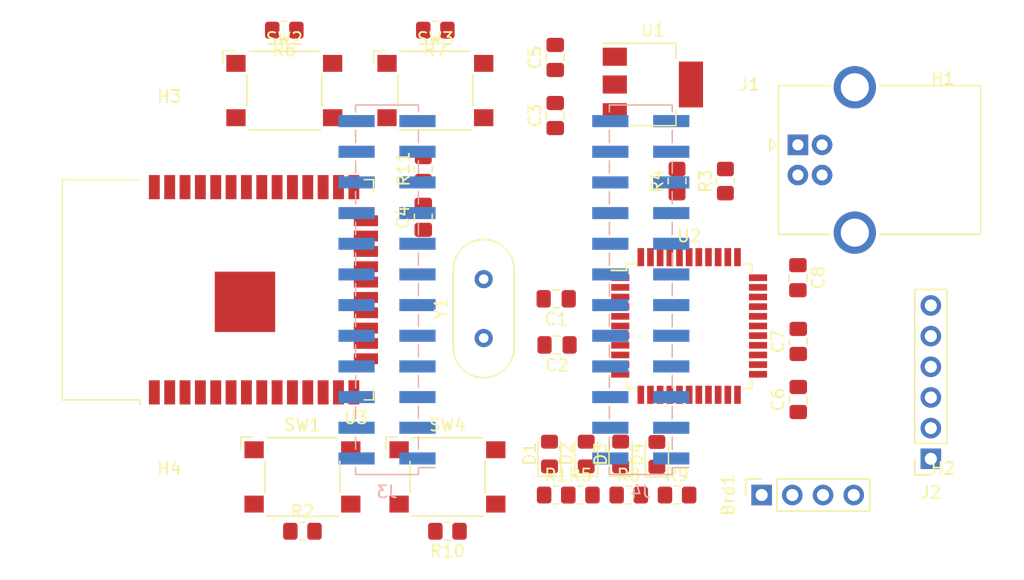
<source format=kicad_pcb>
(kicad_pcb (version 20171130) (host pcbnew "(5.1.12)-1")

  (general
    (thickness 1.6)
    (drawings 4)
    (tracks 0)
    (zones 0)
    (modules 40)
    (nets 63)
  )

  (page A4)
  (layers
    (0 F.Cu signal)
    (31 B.Cu signal)
    (32 B.Adhes user)
    (33 F.Adhes user)
    (34 B.Paste user)
    (35 F.Paste user)
    (36 B.SilkS user)
    (37 F.SilkS user)
    (38 B.Mask user)
    (39 F.Mask user)
    (40 Dwgs.User user)
    (41 Cmts.User user)
    (42 Eco1.User user)
    (43 Eco2.User user)
    (44 Edge.Cuts user)
    (45 Margin user)
    (46 B.CrtYd user)
    (47 F.CrtYd user)
    (48 B.Fab user)
    (49 F.Fab user)
  )

  (setup
    (last_trace_width 0.25)
    (trace_clearance 0.2)
    (zone_clearance 0.508)
    (zone_45_only no)
    (trace_min 0.2)
    (via_size 0.8)
    (via_drill 0.4)
    (via_min_size 0.4)
    (via_min_drill 0.3)
    (uvia_size 0.3)
    (uvia_drill 0.1)
    (uvias_allowed no)
    (uvia_min_size 0.2)
    (uvia_min_drill 0.1)
    (edge_width 0.05)
    (segment_width 0.2)
    (pcb_text_width 0.3)
    (pcb_text_size 1.5 1.5)
    (mod_edge_width 0.12)
    (mod_text_size 1 1)
    (mod_text_width 0.15)
    (pad_size 1.524 1.524)
    (pad_drill 0.762)
    (pad_to_mask_clearance 0)
    (aux_axis_origin 0 0)
    (visible_elements 7FFFFFFF)
    (pcbplotparams
      (layerselection 0x010fc_ffffffff)
      (usegerberextensions false)
      (usegerberattributes true)
      (usegerberadvancedattributes true)
      (creategerberjobfile true)
      (excludeedgelayer true)
      (linewidth 0.100000)
      (plotframeref false)
      (viasonmask false)
      (mode 1)
      (useauxorigin false)
      (hpglpennumber 1)
      (hpglpenspeed 20)
      (hpglpendiameter 15.000000)
      (psnegative false)
      (psa4output false)
      (plotreference true)
      (plotvalue true)
      (plotinvisibletext false)
      (padsonsilk false)
      (subtractmaskfromsilk false)
      (outputformat 1)
      (mirror false)
      (drillshape 1)
      (scaleselection 1)
      (outputdirectory ""))
  )

  (net 0 "")
  (net 1 /PD1)
  (net 2 /PD0)
  (net 3 +5V)
  (net 4 GND)
  (net 5 /XTAL1)
  (net 6 /XTAL2)
  (net 7 /IO0)
  (net 8 +3V3)
  (net 9 "Net-(C6-Pad1)")
  (net 10 "Net-(C7-Pad1)")
  (net 11 "Net-(D1-Pad2)")
  (net 12 "Net-(D2-Pad2)")
  (net 13 "Net-(D3-Pad2)")
  (net 14 "Net-(D4-Pad2)")
  (net 15 "Net-(J1-Pad3)")
  (net 16 "Net-(J1-Pad2)")
  (net 17 /PD3)
  (net 18 /PD2)
  (net 19 /IO19)
  (net 20 /IO35)
  (net 21 /IO18)
  (net 22 /IO34)
  (net 23 /IO17)
  (net 24 /IO33)
  (net 25 /IO16)
  (net 26 /IO32)
  (net 27 /IO15)
  (net 28 /IO27)
  (net 29 /IO14)
  (net 30 /IO26)
  (net 31 /IO13)
  (net 32 /IO25)
  (net 33 /IO12)
  (net 34 /IO23)
  (net 35 /IO5)
  (net 36 /IO22)
  (net 37 /IO4)
  (net 38 /IO21)
  (net 39 /PF1)
  (net 40 /PF0)
  (net 41 /PC7)
  (net 42 /PC6)
  (net 43 /PB7)
  (net 44 /PD4)
  (net 45 /PB6)
  (net 46 /PD5)
  (net 47 /BTN-OK)
  (net 48 /PD6)
  (net 49 /BTN-NEXT)
  (net 50 /LED-K)
  (net 51 /PB3)
  (net 52 /PF4)
  (net 53 /PB2)
  (net 54 /PF5)
  (net 55 /PB1)
  (net 56 /PF6)
  (net 57 /PB0)
  (net 58 /PF7)
  (net 59 /EN)
  (net 60 /D+)
  (net 61 /D-)
  (net 62 /IO2)

  (net_class Default "This is the default net class."
    (clearance 0.2)
    (trace_width 0.25)
    (via_dia 0.8)
    (via_drill 0.4)
    (uvia_dia 0.3)
    (uvia_drill 0.1)
    (add_net +3V3)
    (add_net +5V)
    (add_net /BTN-NEXT)
    (add_net /BTN-OK)
    (add_net /D+)
    (add_net /D-)
    (add_net /EN)
    (add_net /IO0)
    (add_net /IO12)
    (add_net /IO13)
    (add_net /IO14)
    (add_net /IO15)
    (add_net /IO16)
    (add_net /IO17)
    (add_net /IO18)
    (add_net /IO19)
    (add_net /IO2)
    (add_net /IO21)
    (add_net /IO22)
    (add_net /IO23)
    (add_net /IO25)
    (add_net /IO26)
    (add_net /IO27)
    (add_net /IO32)
    (add_net /IO33)
    (add_net /IO34)
    (add_net /IO35)
    (add_net /IO4)
    (add_net /IO5)
    (add_net /LED-K)
    (add_net /PB0)
    (add_net /PB1)
    (add_net /PB2)
    (add_net /PB3)
    (add_net /PB6)
    (add_net /PB7)
    (add_net /PC6)
    (add_net /PC7)
    (add_net /PD0)
    (add_net /PD1)
    (add_net /PD2)
    (add_net /PD3)
    (add_net /PD4)
    (add_net /PD5)
    (add_net /PD6)
    (add_net /PF0)
    (add_net /PF1)
    (add_net /PF4)
    (add_net /PF5)
    (add_net /PF6)
    (add_net /PF7)
    (add_net /XTAL1)
    (add_net /XTAL2)
    (add_net GND)
    (add_net "Net-(C6-Pad1)")
    (add_net "Net-(C7-Pad1)")
    (add_net "Net-(D1-Pad2)")
    (add_net "Net-(D2-Pad2)")
    (add_net "Net-(D3-Pad2)")
    (add_net "Net-(D4-Pad2)")
    (add_net "Net-(J1-Pad2)")
    (add_net "Net-(J1-Pad3)")
  )

  (module MountingHole:MountingHole_3.2mm_M3 (layer F.Cu) (tedit 56D1B4CB) (tstamp 61A98736)
    (at 118 102)
    (descr "Mounting Hole 3.2mm, no annular, M3")
    (tags "mounting hole 3.2mm no annular m3")
    (path /61D097F9)
    (attr virtual)
    (fp_text reference H4 (at 0 -4.2) (layer F.SilkS)
      (effects (font (size 1 1) (thickness 0.15)))
    )
    (fp_text value MountingHole (at 0 4.2) (layer F.Fab)
      (effects (font (size 1 1) (thickness 0.15)))
    )
    (fp_circle (center 0 0) (end 3.45 0) (layer F.CrtYd) (width 0.05))
    (fp_circle (center 0 0) (end 3.2 0) (layer Cmts.User) (width 0.15))
    (fp_text user %R (at 0.3 0) (layer F.Fab)
      (effects (font (size 1 1) (thickness 0.15)))
    )
    (pad 1 np_thru_hole circle (at 0 0) (size 3.2 3.2) (drill 3.2) (layers *.Cu *.Mask))
  )

  (module MountingHole:MountingHole_3.2mm_M3 (layer F.Cu) (tedit 56D1B4CB) (tstamp 61A9872E)
    (at 118 63)
    (descr "Mounting Hole 3.2mm, no annular, M3")
    (tags "mounting hole 3.2mm no annular m3")
    (path /61CFC8C5)
    (attr virtual)
    (fp_text reference H3 (at 0 4) (layer F.SilkS)
      (effects (font (size 1 1) (thickness 0.15)))
    )
    (fp_text value MountingHole (at 0 4.2) (layer F.Fab)
      (effects (font (size 1 1) (thickness 0.15)))
    )
    (fp_circle (center 0 0) (end 3.45 0) (layer F.CrtYd) (width 0.05))
    (fp_circle (center 0 0) (end 3.2 0) (layer Cmts.User) (width 0.15))
    (fp_text user %R (at 0.3 0) (layer F.Fab)
      (effects (font (size 1 1) (thickness 0.15)))
    )
    (pad 1 np_thru_hole circle (at 0 0) (size 3.2 3.2) (drill 3.2) (layers *.Cu *.Mask))
  )

  (module MountingHole:MountingHole_3.2mm_M3 (layer F.Cu) (tedit 56D1B4CB) (tstamp 61A98726)
    (at 182 102)
    (descr "Mounting Hole 3.2mm, no annular, M3")
    (tags "mounting hole 3.2mm no annular m3")
    (path /61CFD71E)
    (attr virtual)
    (fp_text reference H2 (at 0 -4.2) (layer F.SilkS)
      (effects (font (size 1 1) (thickness 0.15)))
    )
    (fp_text value MountingHole (at 0 4.2) (layer F.Fab)
      (effects (font (size 1 1) (thickness 0.15)))
    )
    (fp_circle (center 0 0) (end 3.45 0) (layer F.CrtYd) (width 0.05))
    (fp_circle (center 0 0) (end 3.2 0) (layer Cmts.User) (width 0.15))
    (fp_text user %R (at 0.3 0) (layer F.Fab)
      (effects (font (size 1 1) (thickness 0.15)))
    )
    (pad 1 np_thru_hole circle (at 0 0) (size 3.2 3.2) (drill 3.2) (layers *.Cu *.Mask))
  )

  (module MountingHole:MountingHole_3.2mm_M3 (layer F.Cu) (tedit 56D1B4CB) (tstamp 61A9871E)
    (at 182 63)
    (descr "Mounting Hole 3.2mm, no annular, M3")
    (tags "mounting hole 3.2mm no annular m3")
    (path /61CFDC48)
    (attr virtual)
    (fp_text reference H1 (at 0 2.5) (layer F.SilkS)
      (effects (font (size 1 1) (thickness 0.15)))
    )
    (fp_text value MountingHole (at 0 4.2) (layer F.Fab)
      (effects (font (size 1 1) (thickness 0.15)))
    )
    (fp_circle (center 0 0) (end 3.45 0) (layer F.CrtYd) (width 0.05))
    (fp_circle (center 0 0) (end 3.2 0) (layer Cmts.User) (width 0.15))
    (fp_text user %R (at 0.3 0) (layer F.Fab)
      (effects (font (size 1 1) (thickness 0.15)))
    )
    (pad 1 np_thru_hole circle (at 0 0) (size 3.2 3.2) (drill 3.2) (layers *.Cu *.Mask))
  )

  (module Crystal:Crystal_HC49-4H_Vertical (layer F.Cu) (tedit 5A1AD3B7) (tstamp 61A917B1)
    (at 144 87 90)
    (descr "Crystal THT HC-49-4H http://5hertz.com/pdfs/04404_D.pdf")
    (tags "THT crystalHC-49-4H")
    (path /619B5E4B)
    (fp_text reference Y1 (at 2.44 -3.525 90) (layer F.SilkS)
      (effects (font (size 1 1) (thickness 0.15)))
    )
    (fp_text value 16MHz (at 2.44 3.525 90) (layer F.Fab)
      (effects (font (size 1 1) (thickness 0.15)))
    )
    (fp_line (start 8.5 -2.8) (end -3.6 -2.8) (layer F.CrtYd) (width 0.05))
    (fp_line (start 8.5 2.8) (end 8.5 -2.8) (layer F.CrtYd) (width 0.05))
    (fp_line (start -3.6 2.8) (end 8.5 2.8) (layer F.CrtYd) (width 0.05))
    (fp_line (start -3.6 -2.8) (end -3.6 2.8) (layer F.CrtYd) (width 0.05))
    (fp_line (start -0.76 2.525) (end 5.64 2.525) (layer F.SilkS) (width 0.12))
    (fp_line (start -0.76 -2.525) (end 5.64 -2.525) (layer F.SilkS) (width 0.12))
    (fp_line (start -0.56 2) (end 5.44 2) (layer F.Fab) (width 0.1))
    (fp_line (start -0.56 -2) (end 5.44 -2) (layer F.Fab) (width 0.1))
    (fp_line (start -0.76 2.325) (end 5.64 2.325) (layer F.Fab) (width 0.1))
    (fp_line (start -0.76 -2.325) (end 5.64 -2.325) (layer F.Fab) (width 0.1))
    (fp_arc (start 5.64 0) (end 5.64 -2.525) (angle 180) (layer F.SilkS) (width 0.12))
    (fp_arc (start -0.76 0) (end -0.76 -2.525) (angle -180) (layer F.SilkS) (width 0.12))
    (fp_arc (start 5.44 0) (end 5.44 -2) (angle 180) (layer F.Fab) (width 0.1))
    (fp_arc (start -0.56 0) (end -0.56 -2) (angle -180) (layer F.Fab) (width 0.1))
    (fp_arc (start 5.64 0) (end 5.64 -2.325) (angle 180) (layer F.Fab) (width 0.1))
    (fp_arc (start -0.76 0) (end -0.76 -2.325) (angle -180) (layer F.Fab) (width 0.1))
    (fp_text user %R (at 2.44 0 90) (layer F.Fab)
      (effects (font (size 1 1) (thickness 0.15)))
    )
    (pad 2 thru_hole circle (at 4.88 0 90) (size 1.5 1.5) (drill 0.8) (layers *.Cu *.Mask)
      (net 6 /XTAL2))
    (pad 1 thru_hole circle (at 0 0 90) (size 1.5 1.5) (drill 0.8) (layers *.Cu *.Mask)
      (net 5 /XTAL1))
    (model ${KISYS3DMOD}/Crystal.3dshapes/Crystal_HC49-4H_Vertical.wrl
      (at (xyz 0 0 0))
      (scale (xyz 1 1 1))
      (rotate (xyz 0 0 0))
    )
  )

  (module RF_Module:ESP32-WROOM-32 (layer F.Cu) (tedit 5B5B4654) (tstamp 61A9178E)
    (at 125 83 90)
    (descr "Single 2.4 GHz Wi-Fi and Bluetooth combo chip https://www.espressif.com/sites/default/files/documentation/esp32-wroom-32_datasheet_en.pdf")
    (tags "Single 2.4 GHz Wi-Fi and Bluetooth combo  chip")
    (path /619F45FF)
    (attr smd)
    (fp_text reference U3 (at -10.61 8.43) (layer F.SilkS)
      (effects (font (size 1 1) (thickness 0.15)))
    )
    (fp_text value ESP32-WROOM-32D (at 0 11.5 90) (layer F.Fab)
      (effects (font (size 1 1) (thickness 0.15)))
    )
    (fp_line (start -9.12 -9.445) (end -9.5 -9.445) (layer F.SilkS) (width 0.12))
    (fp_line (start -9.12 -15.865) (end -9.12 -9.445) (layer F.SilkS) (width 0.12))
    (fp_line (start 9.12 -15.865) (end 9.12 -9.445) (layer F.SilkS) (width 0.12))
    (fp_line (start -9.12 -15.865) (end 9.12 -15.865) (layer F.SilkS) (width 0.12))
    (fp_line (start 9.12 9.88) (end 8.12 9.88) (layer F.SilkS) (width 0.12))
    (fp_line (start 9.12 9.1) (end 9.12 9.88) (layer F.SilkS) (width 0.12))
    (fp_line (start -9.12 9.88) (end -8.12 9.88) (layer F.SilkS) (width 0.12))
    (fp_line (start -9.12 9.1) (end -9.12 9.88) (layer F.SilkS) (width 0.12))
    (fp_line (start 8.4 -20.6) (end 8.2 -20.4) (layer Cmts.User) (width 0.1))
    (fp_line (start 8.4 -16) (end 8.4 -20.6) (layer Cmts.User) (width 0.1))
    (fp_line (start 8.4 -20.6) (end 8.6 -20.4) (layer Cmts.User) (width 0.1))
    (fp_line (start 8.4 -16) (end 8.6 -16.2) (layer Cmts.User) (width 0.1))
    (fp_line (start 8.4 -16) (end 8.2 -16.2) (layer Cmts.User) (width 0.1))
    (fp_line (start -9.2 -13.875) (end -9.4 -14.075) (layer Cmts.User) (width 0.1))
    (fp_line (start -13.8 -13.875) (end -9.2 -13.875) (layer Cmts.User) (width 0.1))
    (fp_line (start -9.2 -13.875) (end -9.4 -13.675) (layer Cmts.User) (width 0.1))
    (fp_line (start -13.8 -13.875) (end -13.6 -13.675) (layer Cmts.User) (width 0.1))
    (fp_line (start -13.8 -13.875) (end -13.6 -14.075) (layer Cmts.User) (width 0.1))
    (fp_line (start 9.2 -13.875) (end 9.4 -13.675) (layer Cmts.User) (width 0.1))
    (fp_line (start 9.2 -13.875) (end 9.4 -14.075) (layer Cmts.User) (width 0.1))
    (fp_line (start 13.8 -13.875) (end 13.6 -13.675) (layer Cmts.User) (width 0.1))
    (fp_line (start 13.8 -13.875) (end 13.6 -14.075) (layer Cmts.User) (width 0.1))
    (fp_line (start 9.2 -13.875) (end 13.8 -13.875) (layer Cmts.User) (width 0.1))
    (fp_line (start 14 -11.585) (end 12 -9.97) (layer Dwgs.User) (width 0.1))
    (fp_line (start 14 -13.2) (end 10 -9.97) (layer Dwgs.User) (width 0.1))
    (fp_line (start 14 -14.815) (end 8 -9.97) (layer Dwgs.User) (width 0.1))
    (fp_line (start 14 -16.43) (end 6 -9.97) (layer Dwgs.User) (width 0.1))
    (fp_line (start 14 -18.045) (end 4 -9.97) (layer Dwgs.User) (width 0.1))
    (fp_line (start 14 -19.66) (end 2 -9.97) (layer Dwgs.User) (width 0.1))
    (fp_line (start 13.475 -20.75) (end 0 -9.97) (layer Dwgs.User) (width 0.1))
    (fp_line (start 11.475 -20.75) (end -2 -9.97) (layer Dwgs.User) (width 0.1))
    (fp_line (start 9.475 -20.75) (end -4 -9.97) (layer Dwgs.User) (width 0.1))
    (fp_line (start 7.475 -20.75) (end -6 -9.97) (layer Dwgs.User) (width 0.1))
    (fp_line (start -8 -9.97) (end 5.475 -20.75) (layer Dwgs.User) (width 0.1))
    (fp_line (start 3.475 -20.75) (end -10 -9.97) (layer Dwgs.User) (width 0.1))
    (fp_line (start 1.475 -20.75) (end -12 -9.97) (layer Dwgs.User) (width 0.1))
    (fp_line (start -0.525 -20.75) (end -14 -9.97) (layer Dwgs.User) (width 0.1))
    (fp_line (start -2.525 -20.75) (end -14 -11.585) (layer Dwgs.User) (width 0.1))
    (fp_line (start -4.525 -20.75) (end -14 -13.2) (layer Dwgs.User) (width 0.1))
    (fp_line (start -6.525 -20.75) (end -14 -14.815) (layer Dwgs.User) (width 0.1))
    (fp_line (start -8.525 -20.75) (end -14 -16.43) (layer Dwgs.User) (width 0.1))
    (fp_line (start -10.525 -20.75) (end -14 -18.045) (layer Dwgs.User) (width 0.1))
    (fp_line (start -12.525 -20.75) (end -14 -19.66) (layer Dwgs.User) (width 0.1))
    (fp_line (start 9.75 -9.72) (end 14.25 -9.72) (layer F.CrtYd) (width 0.05))
    (fp_line (start -14.25 -9.72) (end -9.75 -9.72) (layer F.CrtYd) (width 0.05))
    (fp_line (start 14.25 -21) (end 14.25 -9.72) (layer F.CrtYd) (width 0.05))
    (fp_line (start -14.25 -21) (end -14.25 -9.72) (layer F.CrtYd) (width 0.05))
    (fp_line (start 14 -20.75) (end -14 -20.75) (layer Dwgs.User) (width 0.1))
    (fp_line (start 14 -9.97) (end 14 -20.75) (layer Dwgs.User) (width 0.1))
    (fp_line (start 14 -9.97) (end -14 -9.97) (layer Dwgs.User) (width 0.1))
    (fp_line (start -9 -9.02) (end -8.5 -9.52) (layer F.Fab) (width 0.1))
    (fp_line (start -8.5 -9.52) (end -9 -10.02) (layer F.Fab) (width 0.1))
    (fp_line (start -9 -9.02) (end -9 9.76) (layer F.Fab) (width 0.1))
    (fp_line (start -14.25 -21) (end 14.25 -21) (layer F.CrtYd) (width 0.05))
    (fp_line (start 9.75 -9.72) (end 9.75 10.5) (layer F.CrtYd) (width 0.05))
    (fp_line (start -9.75 10.5) (end 9.75 10.5) (layer F.CrtYd) (width 0.05))
    (fp_line (start -9.75 10.5) (end -9.75 -9.72) (layer F.CrtYd) (width 0.05))
    (fp_line (start -9 -15.745) (end 9 -15.745) (layer F.Fab) (width 0.1))
    (fp_line (start -9 -15.745) (end -9 -10.02) (layer F.Fab) (width 0.1))
    (fp_line (start -9 9.76) (end 9 9.76) (layer F.Fab) (width 0.1))
    (fp_line (start 9 9.76) (end 9 -15.745) (layer F.Fab) (width 0.1))
    (fp_line (start -14 -9.97) (end -14 -20.75) (layer Dwgs.User) (width 0.1))
    (fp_text user "5 mm" (at 7.8 -19.075) (layer Cmts.User)
      (effects (font (size 0.5 0.5) (thickness 0.1)))
    )
    (fp_text user "5 mm" (at -11.2 -14.375 90) (layer Cmts.User)
      (effects (font (size 0.5 0.5) (thickness 0.1)))
    )
    (fp_text user "5 mm" (at 11.8 -14.375 90) (layer Cmts.User)
      (effects (font (size 0.5 0.5) (thickness 0.1)))
    )
    (fp_text user Antenna (at 0 -13 90) (layer Cmts.User)
      (effects (font (size 1 1) (thickness 0.15)))
    )
    (fp_text user "KEEP-OUT ZONE" (at 0 -19 90) (layer Cmts.User)
      (effects (font (size 1 1) (thickness 0.15)))
    )
    (fp_text user %R (at 0 0 90) (layer F.Fab)
      (effects (font (size 1 1) (thickness 0.15)))
    )
    (pad 38 smd rect (at 8.5 -8.255 90) (size 2 0.9) (layers F.Cu F.Paste F.Mask)
      (net 4 GND))
    (pad 37 smd rect (at 8.5 -6.985 90) (size 2 0.9) (layers F.Cu F.Paste F.Mask)
      (net 34 /IO23))
    (pad 36 smd rect (at 8.5 -5.715 90) (size 2 0.9) (layers F.Cu F.Paste F.Mask)
      (net 36 /IO22))
    (pad 35 smd rect (at 8.5 -4.445 90) (size 2 0.9) (layers F.Cu F.Paste F.Mask)
      (net 18 /PD2))
    (pad 34 smd rect (at 8.5 -3.175 90) (size 2 0.9) (layers F.Cu F.Paste F.Mask)
      (net 17 /PD3))
    (pad 33 smd rect (at 8.5 -1.905 90) (size 2 0.9) (layers F.Cu F.Paste F.Mask)
      (net 38 /IO21))
    (pad 32 smd rect (at 8.5 -0.635 90) (size 2 0.9) (layers F.Cu F.Paste F.Mask))
    (pad 31 smd rect (at 8.5 0.635 90) (size 2 0.9) (layers F.Cu F.Paste F.Mask)
      (net 19 /IO19))
    (pad 30 smd rect (at 8.5 1.905 90) (size 2 0.9) (layers F.Cu F.Paste F.Mask)
      (net 21 /IO18))
    (pad 29 smd rect (at 8.5 3.175 90) (size 2 0.9) (layers F.Cu F.Paste F.Mask)
      (net 35 /IO5))
    (pad 28 smd rect (at 8.5 4.445 90) (size 2 0.9) (layers F.Cu F.Paste F.Mask)
      (net 23 /IO17))
    (pad 27 smd rect (at 8.5 5.715 90) (size 2 0.9) (layers F.Cu F.Paste F.Mask)
      (net 25 /IO16))
    (pad 26 smd rect (at 8.5 6.985 90) (size 2 0.9) (layers F.Cu F.Paste F.Mask)
      (net 37 /IO4))
    (pad 25 smd rect (at 8.5 8.255 90) (size 2 0.9) (layers F.Cu F.Paste F.Mask)
      (net 7 /IO0))
    (pad 24 smd rect (at 5.715 9.255 180) (size 2 0.9) (layers F.Cu F.Paste F.Mask)
      (net 62 /IO2))
    (pad 23 smd rect (at 4.445 9.255 180) (size 2 0.9) (layers F.Cu F.Paste F.Mask)
      (net 27 /IO15))
    (pad 22 smd rect (at 3.175 9.255 180) (size 2 0.9) (layers F.Cu F.Paste F.Mask))
    (pad 21 smd rect (at 1.905 9.255 180) (size 2 0.9) (layers F.Cu F.Paste F.Mask))
    (pad 20 smd rect (at 0.635 9.255 180) (size 2 0.9) (layers F.Cu F.Paste F.Mask))
    (pad 19 smd rect (at -0.635 9.255 180) (size 2 0.9) (layers F.Cu F.Paste F.Mask))
    (pad 18 smd rect (at -1.905 9.255 180) (size 2 0.9) (layers F.Cu F.Paste F.Mask))
    (pad 17 smd rect (at -3.175 9.255 180) (size 2 0.9) (layers F.Cu F.Paste F.Mask))
    (pad 16 smd rect (at -4.445 9.255 180) (size 2 0.9) (layers F.Cu F.Paste F.Mask)
      (net 31 /IO13))
    (pad 15 smd rect (at -5.715 9.255 180) (size 2 0.9) (layers F.Cu F.Paste F.Mask)
      (net 4 GND))
    (pad 14 smd rect (at -8.5 8.255 90) (size 2 0.9) (layers F.Cu F.Paste F.Mask)
      (net 33 /IO12))
    (pad 13 smd rect (at -8.5 6.985 90) (size 2 0.9) (layers F.Cu F.Paste F.Mask)
      (net 29 /IO14))
    (pad 12 smd rect (at -8.5 5.715 90) (size 2 0.9) (layers F.Cu F.Paste F.Mask)
      (net 28 /IO27))
    (pad 11 smd rect (at -8.5 4.445 90) (size 2 0.9) (layers F.Cu F.Paste F.Mask)
      (net 30 /IO26))
    (pad 10 smd rect (at -8.5 3.175 90) (size 2 0.9) (layers F.Cu F.Paste F.Mask)
      (net 32 /IO25))
    (pad 9 smd rect (at -8.5 1.905 90) (size 2 0.9) (layers F.Cu F.Paste F.Mask)
      (net 24 /IO33))
    (pad 8 smd rect (at -8.5 0.635 90) (size 2 0.9) (layers F.Cu F.Paste F.Mask)
      (net 26 /IO32))
    (pad 7 smd rect (at -8.5 -0.635 90) (size 2 0.9) (layers F.Cu F.Paste F.Mask)
      (net 20 /IO35))
    (pad 6 smd rect (at -8.5 -1.905 90) (size 2 0.9) (layers F.Cu F.Paste F.Mask)
      (net 22 /IO34))
    (pad 5 smd rect (at -8.5 -3.175 90) (size 2 0.9) (layers F.Cu F.Paste F.Mask))
    (pad 4 smd rect (at -8.5 -4.445 90) (size 2 0.9) (layers F.Cu F.Paste F.Mask))
    (pad 3 smd rect (at -8.5 -5.715 90) (size 2 0.9) (layers F.Cu F.Paste F.Mask)
      (net 59 /EN))
    (pad 2 smd rect (at -8.5 -6.985 90) (size 2 0.9) (layers F.Cu F.Paste F.Mask)
      (net 8 +3V3))
    (pad 1 smd rect (at -8.5 -8.255 90) (size 2 0.9) (layers F.Cu F.Paste F.Mask)
      (net 4 GND))
    (pad 39 smd rect (at -1 -0.755 90) (size 5 5) (layers F.Cu F.Paste F.Mask)
      (net 4 GND))
    (model ${KISYS3DMOD}/RF_Module.3dshapes/ESP32-WROOM-32.wrl
      (at (xyz 0 0 0))
      (scale (xyz 1 1 1))
      (rotate (xyz 0 0 0))
    )
  )

  (module Package_QFP:TQFP-44_10x10mm_P0.8mm (layer F.Cu) (tedit 5A02F146) (tstamp 61A9171F)
    (at 161 86)
    (descr "44-Lead Plastic Thin Quad Flatpack (PT) - 10x10x1.0 mm Body [TQFP] (see Microchip Packaging Specification 00000049BS.pdf)")
    (tags "QFP 0.8")
    (path /619A1E04)
    (attr smd)
    (fp_text reference U2 (at 0 -7.45) (layer F.SilkS)
      (effects (font (size 1 1) (thickness 0.15)))
    )
    (fp_text value ATmega32U4-AU (at 0 7.45) (layer F.Fab)
      (effects (font (size 1 1) (thickness 0.15)))
    )
    (fp_line (start -5.175 -4.6) (end -6.45 -4.6) (layer F.SilkS) (width 0.15))
    (fp_line (start 5.175 -5.175) (end 4.5 -5.175) (layer F.SilkS) (width 0.15))
    (fp_line (start 5.175 5.175) (end 4.5 5.175) (layer F.SilkS) (width 0.15))
    (fp_line (start -5.175 5.175) (end -4.5 5.175) (layer F.SilkS) (width 0.15))
    (fp_line (start -5.175 -5.175) (end -4.5 -5.175) (layer F.SilkS) (width 0.15))
    (fp_line (start -5.175 5.175) (end -5.175 4.5) (layer F.SilkS) (width 0.15))
    (fp_line (start 5.175 5.175) (end 5.175 4.5) (layer F.SilkS) (width 0.15))
    (fp_line (start 5.175 -5.175) (end 5.175 -4.5) (layer F.SilkS) (width 0.15))
    (fp_line (start -5.175 -5.175) (end -5.175 -4.6) (layer F.SilkS) (width 0.15))
    (fp_line (start -6.7 6.7) (end 6.7 6.7) (layer F.CrtYd) (width 0.05))
    (fp_line (start -6.7 -6.7) (end 6.7 -6.7) (layer F.CrtYd) (width 0.05))
    (fp_line (start 6.7 -6.7) (end 6.7 6.7) (layer F.CrtYd) (width 0.05))
    (fp_line (start -6.7 -6.7) (end -6.7 6.7) (layer F.CrtYd) (width 0.05))
    (fp_line (start -5 -4) (end -4 -5) (layer F.Fab) (width 0.15))
    (fp_line (start -5 5) (end -5 -4) (layer F.Fab) (width 0.15))
    (fp_line (start 5 5) (end -5 5) (layer F.Fab) (width 0.15))
    (fp_line (start 5 -5) (end 5 5) (layer F.Fab) (width 0.15))
    (fp_line (start -4 -5) (end 5 -5) (layer F.Fab) (width 0.15))
    (fp_text user %R (at 0 0) (layer F.Fab)
      (effects (font (size 1 1) (thickness 0.15)))
    )
    (pad 44 smd rect (at -4 -5.7 90) (size 1.5 0.55) (layers F.Cu F.Paste F.Mask)
      (net 3 +5V))
    (pad 43 smd rect (at -3.2 -5.7 90) (size 1.5 0.55) (layers F.Cu F.Paste F.Mask)
      (net 4 GND))
    (pad 42 smd rect (at -2.4 -5.7 90) (size 1.5 0.55) (layers F.Cu F.Paste F.Mask)
      (net 10 "Net-(C7-Pad1)"))
    (pad 41 smd rect (at -1.6 -5.7 90) (size 1.5 0.55) (layers F.Cu F.Paste F.Mask)
      (net 40 /PF0))
    (pad 40 smd rect (at -0.8 -5.7 90) (size 1.5 0.55) (layers F.Cu F.Paste F.Mask)
      (net 39 /PF1))
    (pad 39 smd rect (at 0 -5.7 90) (size 1.5 0.55) (layers F.Cu F.Paste F.Mask)
      (net 52 /PF4))
    (pad 38 smd rect (at 0.8 -5.7 90) (size 1.5 0.55) (layers F.Cu F.Paste F.Mask)
      (net 54 /PF5))
    (pad 37 smd rect (at 1.6 -5.7 90) (size 1.5 0.55) (layers F.Cu F.Paste F.Mask)
      (net 56 /PF6))
    (pad 36 smd rect (at 2.4 -5.7 90) (size 1.5 0.55) (layers F.Cu F.Paste F.Mask)
      (net 58 /PF7))
    (pad 35 smd rect (at 3.2 -5.7 90) (size 1.5 0.55) (layers F.Cu F.Paste F.Mask)
      (net 4 GND))
    (pad 34 smd rect (at 4 -5.7 90) (size 1.5 0.55) (layers F.Cu F.Paste F.Mask)
      (net 3 +5V))
    (pad 33 smd rect (at 5.7 -4) (size 1.5 0.55) (layers F.Cu F.Paste F.Mask)
      (net 4 GND))
    (pad 32 smd rect (at 5.7 -3.2) (size 1.5 0.55) (layers F.Cu F.Paste F.Mask)
      (net 41 /PC7))
    (pad 31 smd rect (at 5.7 -2.4) (size 1.5 0.55) (layers F.Cu F.Paste F.Mask)
      (net 42 /PC6))
    (pad 30 smd rect (at 5.7 -1.6) (size 1.5 0.55) (layers F.Cu F.Paste F.Mask)
      (net 45 /PB6))
    (pad 29 smd rect (at 5.7 -0.8) (size 1.5 0.55) (layers F.Cu F.Paste F.Mask)
      (net 47 /BTN-OK))
    (pad 28 smd rect (at 5.7 0) (size 1.5 0.55) (layers F.Cu F.Paste F.Mask)
      (net 49 /BTN-NEXT))
    (pad 27 smd rect (at 5.7 0.8) (size 1.5 0.55) (layers F.Cu F.Paste F.Mask)
      (net 50 /LED-K))
    (pad 26 smd rect (at 5.7 1.6) (size 1.5 0.55) (layers F.Cu F.Paste F.Mask)
      (net 48 /PD6))
    (pad 25 smd rect (at 5.7 2.4) (size 1.5 0.55) (layers F.Cu F.Paste F.Mask)
      (net 44 /PD4))
    (pad 24 smd rect (at 5.7 3.2) (size 1.5 0.55) (layers F.Cu F.Paste F.Mask)
      (net 3 +5V))
    (pad 23 smd rect (at 5.7 4) (size 1.5 0.55) (layers F.Cu F.Paste F.Mask)
      (net 4 GND))
    (pad 22 smd rect (at 4 5.7 90) (size 1.5 0.55) (layers F.Cu F.Paste F.Mask)
      (net 46 /PD5))
    (pad 21 smd rect (at 3.2 5.7 90) (size 1.5 0.55) (layers F.Cu F.Paste F.Mask)
      (net 17 /PD3))
    (pad 20 smd rect (at 2.4 5.7 90) (size 1.5 0.55) (layers F.Cu F.Paste F.Mask)
      (net 18 /PD2))
    (pad 19 smd rect (at 1.6 5.7 90) (size 1.5 0.55) (layers F.Cu F.Paste F.Mask)
      (net 1 /PD1))
    (pad 18 smd rect (at 0.8 5.7 90) (size 1.5 0.55) (layers F.Cu F.Paste F.Mask)
      (net 2 /PD0))
    (pad 17 smd rect (at 0 5.7 90) (size 1.5 0.55) (layers F.Cu F.Paste F.Mask)
      (net 5 /XTAL1))
    (pad 16 smd rect (at -0.8 5.7 90) (size 1.5 0.55) (layers F.Cu F.Paste F.Mask)
      (net 6 /XTAL2))
    (pad 15 smd rect (at -1.6 5.7 90) (size 1.5 0.55) (layers F.Cu F.Paste F.Mask)
      (net 4 GND))
    (pad 14 smd rect (at -2.4 5.7 90) (size 1.5 0.55) (layers F.Cu F.Paste F.Mask)
      (net 3 +5V))
    (pad 13 smd rect (at -3.2 5.7 90) (size 1.5 0.55) (layers F.Cu F.Paste F.Mask)
      (net 59 /EN))
    (pad 12 smd rect (at -4 5.7 90) (size 1.5 0.55) (layers F.Cu F.Paste F.Mask)
      (net 43 /PB7))
    (pad 11 smd rect (at -5.7 4) (size 1.5 0.55) (layers F.Cu F.Paste F.Mask)
      (net 51 /PB3))
    (pad 10 smd rect (at -5.7 3.2) (size 1.5 0.55) (layers F.Cu F.Paste F.Mask)
      (net 53 /PB2))
    (pad 9 smd rect (at -5.7 2.4) (size 1.5 0.55) (layers F.Cu F.Paste F.Mask)
      (net 55 /PB1))
    (pad 8 smd rect (at -5.7 1.6) (size 1.5 0.55) (layers F.Cu F.Paste F.Mask)
      (net 57 /PB0))
    (pad 7 smd rect (at -5.7 0.8) (size 1.5 0.55) (layers F.Cu F.Paste F.Mask)
      (net 3 +5V))
    (pad 6 smd rect (at -5.7 0) (size 1.5 0.55) (layers F.Cu F.Paste F.Mask)
      (net 9 "Net-(C6-Pad1)"))
    (pad 5 smd rect (at -5.7 -0.8) (size 1.5 0.55) (layers F.Cu F.Paste F.Mask)
      (net 4 GND))
    (pad 4 smd rect (at -5.7 -1.6) (size 1.5 0.55) (layers F.Cu F.Paste F.Mask)
      (net 60 /D+))
    (pad 3 smd rect (at -5.7 -2.4) (size 1.5 0.55) (layers F.Cu F.Paste F.Mask)
      (net 61 /D-))
    (pad 2 smd rect (at -5.7 -3.2) (size 1.5 0.55) (layers F.Cu F.Paste F.Mask)
      (net 3 +5V))
    (pad 1 smd rect (at -5.7 -4) (size 1.5 0.55) (layers F.Cu F.Paste F.Mask))
    (model ${KISYS3DMOD}/Package_QFP.3dshapes/TQFP-44_10x10mm_P0.8mm.wrl
      (at (xyz 0 0 0))
      (scale (xyz 1 1 1))
      (rotate (xyz 0 0 0))
    )
  )

  (module Package_TO_SOT_SMD:SOT-223-3_TabPin2 (layer F.Cu) (tedit 5A02FF57) (tstamp 61A916DC)
    (at 158 66)
    (descr "module CMS SOT223 4 pins")
    (tags "CMS SOT")
    (path /619ACE6E)
    (attr smd)
    (fp_text reference U1 (at 0 -4.5) (layer F.SilkS)
      (effects (font (size 1 1) (thickness 0.15)))
    )
    (fp_text value AMS1117-3.3 (at 0 4.5) (layer F.Fab)
      (effects (font (size 1 1) (thickness 0.15)))
    )
    (fp_line (start 1.85 -3.35) (end 1.85 3.35) (layer F.Fab) (width 0.1))
    (fp_line (start -1.85 3.35) (end 1.85 3.35) (layer F.Fab) (width 0.1))
    (fp_line (start -4.1 -3.41) (end 1.91 -3.41) (layer F.SilkS) (width 0.12))
    (fp_line (start -0.85 -3.35) (end 1.85 -3.35) (layer F.Fab) (width 0.1))
    (fp_line (start -1.85 3.41) (end 1.91 3.41) (layer F.SilkS) (width 0.12))
    (fp_line (start -1.85 -2.35) (end -1.85 3.35) (layer F.Fab) (width 0.1))
    (fp_line (start -1.85 -2.35) (end -0.85 -3.35) (layer F.Fab) (width 0.1))
    (fp_line (start -4.4 -3.6) (end -4.4 3.6) (layer F.CrtYd) (width 0.05))
    (fp_line (start -4.4 3.6) (end 4.4 3.6) (layer F.CrtYd) (width 0.05))
    (fp_line (start 4.4 3.6) (end 4.4 -3.6) (layer F.CrtYd) (width 0.05))
    (fp_line (start 4.4 -3.6) (end -4.4 -3.6) (layer F.CrtYd) (width 0.05))
    (fp_line (start 1.91 -3.41) (end 1.91 -2.15) (layer F.SilkS) (width 0.12))
    (fp_line (start 1.91 3.41) (end 1.91 2.15) (layer F.SilkS) (width 0.12))
    (fp_text user %R (at 0 0 90) (layer F.Fab)
      (effects (font (size 0.8 0.8) (thickness 0.12)))
    )
    (pad 1 smd rect (at -3.15 -2.3) (size 2 1.5) (layers F.Cu F.Paste F.Mask)
      (net 4 GND))
    (pad 3 smd rect (at -3.15 2.3) (size 2 1.5) (layers F.Cu F.Paste F.Mask)
      (net 3 +5V))
    (pad 2 smd rect (at -3.15 0) (size 2 1.5) (layers F.Cu F.Paste F.Mask)
      (net 8 +3V3))
    (pad 2 smd rect (at 3.15 0) (size 2 3.8) (layers F.Cu F.Paste F.Mask)
      (net 8 +3V3))
    (model ${KISYS3DMOD}/Package_TO_SOT_SMD.3dshapes/SOT-223.wrl
      (at (xyz 0 0 0))
      (scale (xyz 1 1 1))
      (rotate (xyz 0 0 0))
    )
  )

  (module Button_Switch_SMD:SW_SPST_Omron_B3FS-105xP (layer F.Cu) (tedit 5E6E8EEE) (tstamp 61A916C6)
    (at 141 98.5)
    (descr "Surface Mount Tactile Switch for High-Density Mounting, 7.3mm height, https://omronfs.omron.com/en_US/ecb/products/pdf/en-b3fs.pdf")
    (tags "Tactile Switch")
    (path /619CB668)
    (attr smd)
    (fp_text reference SW4 (at 0 -4.3) (layer F.SilkS)
      (effects (font (size 1 1) (thickness 0.15)))
    )
    (fp_text value SW_Push (at 0 4.2) (layer F.Fab)
      (effects (font (size 1 1) (thickness 0.15)))
    )
    (fp_line (start -5.1 -2.3) (end -5.1 -3.3) (layer F.SilkS) (width 0.12))
    (fp_line (start -5.1 -3.3) (end -4.1 -3.3) (layer F.SilkS) (width 0.12))
    (fp_circle (center 0 0) (end 1.5 0) (layer F.Fab) (width 0.1))
    (fp_line (start -5.05 -1.3) (end -5.05 -3.4) (layer F.CrtYd) (width 0.05))
    (fp_line (start -3.25 -1.3) (end -5.05 -1.3) (layer F.CrtYd) (width 0.05))
    (fp_line (start -3.25 1.3) (end -3.25 -1.3) (layer F.CrtYd) (width 0.05))
    (fp_line (start -5.05 1.3) (end -3.25 1.3) (layer F.CrtYd) (width 0.05))
    (fp_line (start -5.05 3.4) (end -5.05 1.3) (layer F.CrtYd) (width 0.05))
    (fp_line (start 5.05 3.4) (end -5.05 3.4) (layer F.CrtYd) (width 0.05))
    (fp_line (start 5.05 1.3) (end 5.05 3.4) (layer F.CrtYd) (width 0.05))
    (fp_line (start 3.25 1.3) (end 5.05 1.3) (layer F.CrtYd) (width 0.05))
    (fp_line (start 3.25 -1.3) (end 3.25 1.3) (layer F.CrtYd) (width 0.05))
    (fp_line (start 5.05 -1.3) (end 3.25 -1.3) (layer F.CrtYd) (width 0.05))
    (fp_line (start 5.05 -3.4) (end 5.05 -1.3) (layer F.CrtYd) (width 0.05))
    (fp_line (start -5.05 -3.4) (end 5.05 -3.4) (layer F.CrtYd) (width 0.05))
    (fp_line (start -3 3.15) (end -3 -3.15) (layer F.Fab) (width 0.1))
    (fp_line (start 3 3.15) (end -3 3.15) (layer F.Fab) (width 0.1))
    (fp_line (start 3 -3.15) (end 3 3.15) (layer F.Fab) (width 0.1))
    (fp_line (start -3 -3.15) (end 3 -3.15) (layer F.Fab) (width 0.1))
    (fp_line (start -3.1 -1.3) (end -3.1 1.3) (layer F.SilkS) (width 0.12))
    (fp_line (start 3.1 -1.3) (end 3.1 1.3) (layer F.SilkS) (width 0.12))
    (fp_line (start 3 3.25) (end -3 3.25) (layer F.SilkS) (width 0.12))
    (fp_line (start 2.9 -3.25) (end -2.9 -3.25) (layer F.SilkS) (width 0.12))
    (fp_text user %R (at 0 -2.2) (layer F.Fab)
      (effects (font (size 1 1) (thickness 0.15)))
    )
    (pad 3 smd rect (at -4 2.25 180) (size 1.6 1.4) (layers F.Cu F.Paste F.Mask))
    (pad 4 smd rect (at 4 2.25 180) (size 1.6 1.4) (layers F.Cu F.Paste F.Mask))
    (pad 1 smd rect (at -4 -2.25 180) (size 1.6 1.4) (layers F.Cu F.Paste F.Mask)
      (net 7 /IO0))
    (pad 2 smd rect (at 4 -2.25 180) (size 1.6 1.4) (layers F.Cu F.Paste F.Mask)
      (net 4 GND))
    (model ${KISYS3DMOD}/Button_Switch_SMD.3dshapes/SW_SPST_Omron_B3FS-105xP.wrl
      (at (xyz 0 0 0))
      (scale (xyz 1 1 1))
      (rotate (xyz 0 0 0))
    )
  )

  (module Button_Switch_SMD:SW_SPST_Omron_B3FS-105xP (layer F.Cu) (tedit 5E6E8EEE) (tstamp 61A916A6)
    (at 140 66.5)
    (descr "Surface Mount Tactile Switch for High-Density Mounting, 7.3mm height, https://omronfs.omron.com/en_US/ecb/products/pdf/en-b3fs.pdf")
    (tags "Tactile Switch")
    (path /619D1B7E)
    (attr smd)
    (fp_text reference SW3 (at 0 -4.3) (layer F.SilkS)
      (effects (font (size 1 1) (thickness 0.15)))
    )
    (fp_text value SW_Push (at 0 4.2) (layer F.Fab)
      (effects (font (size 1 1) (thickness 0.15)))
    )
    (fp_line (start -5.1 -2.3) (end -5.1 -3.3) (layer F.SilkS) (width 0.12))
    (fp_line (start -5.1 -3.3) (end -4.1 -3.3) (layer F.SilkS) (width 0.12))
    (fp_circle (center 0 0) (end 1.5 0) (layer F.Fab) (width 0.1))
    (fp_line (start -5.05 -1.3) (end -5.05 -3.4) (layer F.CrtYd) (width 0.05))
    (fp_line (start -3.25 -1.3) (end -5.05 -1.3) (layer F.CrtYd) (width 0.05))
    (fp_line (start -3.25 1.3) (end -3.25 -1.3) (layer F.CrtYd) (width 0.05))
    (fp_line (start -5.05 1.3) (end -3.25 1.3) (layer F.CrtYd) (width 0.05))
    (fp_line (start -5.05 3.4) (end -5.05 1.3) (layer F.CrtYd) (width 0.05))
    (fp_line (start 5.05 3.4) (end -5.05 3.4) (layer F.CrtYd) (width 0.05))
    (fp_line (start 5.05 1.3) (end 5.05 3.4) (layer F.CrtYd) (width 0.05))
    (fp_line (start 3.25 1.3) (end 5.05 1.3) (layer F.CrtYd) (width 0.05))
    (fp_line (start 3.25 -1.3) (end 3.25 1.3) (layer F.CrtYd) (width 0.05))
    (fp_line (start 5.05 -1.3) (end 3.25 -1.3) (layer F.CrtYd) (width 0.05))
    (fp_line (start 5.05 -3.4) (end 5.05 -1.3) (layer F.CrtYd) (width 0.05))
    (fp_line (start -5.05 -3.4) (end 5.05 -3.4) (layer F.CrtYd) (width 0.05))
    (fp_line (start -3 3.15) (end -3 -3.15) (layer F.Fab) (width 0.1))
    (fp_line (start 3 3.15) (end -3 3.15) (layer F.Fab) (width 0.1))
    (fp_line (start 3 -3.15) (end 3 3.15) (layer F.Fab) (width 0.1))
    (fp_line (start -3 -3.15) (end 3 -3.15) (layer F.Fab) (width 0.1))
    (fp_line (start -3.1 -1.3) (end -3.1 1.3) (layer F.SilkS) (width 0.12))
    (fp_line (start 3.1 -1.3) (end 3.1 1.3) (layer F.SilkS) (width 0.12))
    (fp_line (start 3 3.25) (end -3 3.25) (layer F.SilkS) (width 0.12))
    (fp_line (start 2.9 -3.25) (end -2.9 -3.25) (layer F.SilkS) (width 0.12))
    (fp_text user %R (at 0 -2.2) (layer F.Fab)
      (effects (font (size 1 1) (thickness 0.15)))
    )
    (pad 3 smd rect (at -4 2.25 180) (size 1.6 1.4) (layers F.Cu F.Paste F.Mask))
    (pad 4 smd rect (at 4 2.25 180) (size 1.6 1.4) (layers F.Cu F.Paste F.Mask))
    (pad 1 smd rect (at -4 -2.25 180) (size 1.6 1.4) (layers F.Cu F.Paste F.Mask)
      (net 47 /BTN-OK))
    (pad 2 smd rect (at 4 -2.25 180) (size 1.6 1.4) (layers F.Cu F.Paste F.Mask)
      (net 4 GND))
    (model ${KISYS3DMOD}/Button_Switch_SMD.3dshapes/SW_SPST_Omron_B3FS-105xP.wrl
      (at (xyz 0 0 0))
      (scale (xyz 1 1 1))
      (rotate (xyz 0 0 0))
    )
  )

  (module Button_Switch_SMD:SW_SPST_Omron_B3FS-105xP (layer F.Cu) (tedit 5E6E8EEE) (tstamp 61A91686)
    (at 127.5 66.5)
    (descr "Surface Mount Tactile Switch for High-Density Mounting, 7.3mm height, https://omronfs.omron.com/en_US/ecb/products/pdf/en-b3fs.pdf")
    (tags "Tactile Switch")
    (path /619CDE20)
    (attr smd)
    (fp_text reference SW2 (at 0 -4.3) (layer F.SilkS)
      (effects (font (size 1 1) (thickness 0.15)))
    )
    (fp_text value SW_Push (at 0 4.2) (layer F.Fab)
      (effects (font (size 1 1) (thickness 0.15)))
    )
    (fp_line (start -5.1 -2.3) (end -5.1 -3.3) (layer F.SilkS) (width 0.12))
    (fp_line (start -5.1 -3.3) (end -4.1 -3.3) (layer F.SilkS) (width 0.12))
    (fp_circle (center 0 0) (end 1.5 0) (layer F.Fab) (width 0.1))
    (fp_line (start -5.05 -1.3) (end -5.05 -3.4) (layer F.CrtYd) (width 0.05))
    (fp_line (start -3.25 -1.3) (end -5.05 -1.3) (layer F.CrtYd) (width 0.05))
    (fp_line (start -3.25 1.3) (end -3.25 -1.3) (layer F.CrtYd) (width 0.05))
    (fp_line (start -5.05 1.3) (end -3.25 1.3) (layer F.CrtYd) (width 0.05))
    (fp_line (start -5.05 3.4) (end -5.05 1.3) (layer F.CrtYd) (width 0.05))
    (fp_line (start 5.05 3.4) (end -5.05 3.4) (layer F.CrtYd) (width 0.05))
    (fp_line (start 5.05 1.3) (end 5.05 3.4) (layer F.CrtYd) (width 0.05))
    (fp_line (start 3.25 1.3) (end 5.05 1.3) (layer F.CrtYd) (width 0.05))
    (fp_line (start 3.25 -1.3) (end 3.25 1.3) (layer F.CrtYd) (width 0.05))
    (fp_line (start 5.05 -1.3) (end 3.25 -1.3) (layer F.CrtYd) (width 0.05))
    (fp_line (start 5.05 -3.4) (end 5.05 -1.3) (layer F.CrtYd) (width 0.05))
    (fp_line (start -5.05 -3.4) (end 5.05 -3.4) (layer F.CrtYd) (width 0.05))
    (fp_line (start -3 3.15) (end -3 -3.15) (layer F.Fab) (width 0.1))
    (fp_line (start 3 3.15) (end -3 3.15) (layer F.Fab) (width 0.1))
    (fp_line (start 3 -3.15) (end 3 3.15) (layer F.Fab) (width 0.1))
    (fp_line (start -3 -3.15) (end 3 -3.15) (layer F.Fab) (width 0.1))
    (fp_line (start -3.1 -1.3) (end -3.1 1.3) (layer F.SilkS) (width 0.12))
    (fp_line (start 3.1 -1.3) (end 3.1 1.3) (layer F.SilkS) (width 0.12))
    (fp_line (start 3 3.25) (end -3 3.25) (layer F.SilkS) (width 0.12))
    (fp_line (start 2.9 -3.25) (end -2.9 -3.25) (layer F.SilkS) (width 0.12))
    (fp_text user %R (at 0 -2.2) (layer F.Fab)
      (effects (font (size 1 1) (thickness 0.15)))
    )
    (pad 3 smd rect (at -4 2.25 180) (size 1.6 1.4) (layers F.Cu F.Paste F.Mask))
    (pad 4 smd rect (at 4 2.25 180) (size 1.6 1.4) (layers F.Cu F.Paste F.Mask))
    (pad 1 smd rect (at -4 -2.25 180) (size 1.6 1.4) (layers F.Cu F.Paste F.Mask)
      (net 49 /BTN-NEXT))
    (pad 2 smd rect (at 4 -2.25 180) (size 1.6 1.4) (layers F.Cu F.Paste F.Mask)
      (net 4 GND))
    (model ${KISYS3DMOD}/Button_Switch_SMD.3dshapes/SW_SPST_Omron_B3FS-105xP.wrl
      (at (xyz 0 0 0))
      (scale (xyz 1 1 1))
      (rotate (xyz 0 0 0))
    )
  )

  (module Button_Switch_SMD:SW_SPST_Omron_B3FS-105xP (layer F.Cu) (tedit 5E6E8EEE) (tstamp 61A91666)
    (at 129 98.5)
    (descr "Surface Mount Tactile Switch for High-Density Mounting, 7.3mm height, https://omronfs.omron.com/en_US/ecb/products/pdf/en-b3fs.pdf")
    (tags "Tactile Switch")
    (path /619B4ED5)
    (attr smd)
    (fp_text reference SW1 (at 0 -4.3) (layer F.SilkS)
      (effects (font (size 1 1) (thickness 0.15)))
    )
    (fp_text value SW_Push (at 0 4.2) (layer F.Fab)
      (effects (font (size 1 1) (thickness 0.15)))
    )
    (fp_line (start -5.1 -2.3) (end -5.1 -3.3) (layer F.SilkS) (width 0.12))
    (fp_line (start -5.1 -3.3) (end -4.1 -3.3) (layer F.SilkS) (width 0.12))
    (fp_circle (center 0 0) (end 1.5 0) (layer F.Fab) (width 0.1))
    (fp_line (start -5.05 -1.3) (end -5.05 -3.4) (layer F.CrtYd) (width 0.05))
    (fp_line (start -3.25 -1.3) (end -5.05 -1.3) (layer F.CrtYd) (width 0.05))
    (fp_line (start -3.25 1.3) (end -3.25 -1.3) (layer F.CrtYd) (width 0.05))
    (fp_line (start -5.05 1.3) (end -3.25 1.3) (layer F.CrtYd) (width 0.05))
    (fp_line (start -5.05 3.4) (end -5.05 1.3) (layer F.CrtYd) (width 0.05))
    (fp_line (start 5.05 3.4) (end -5.05 3.4) (layer F.CrtYd) (width 0.05))
    (fp_line (start 5.05 1.3) (end 5.05 3.4) (layer F.CrtYd) (width 0.05))
    (fp_line (start 3.25 1.3) (end 5.05 1.3) (layer F.CrtYd) (width 0.05))
    (fp_line (start 3.25 -1.3) (end 3.25 1.3) (layer F.CrtYd) (width 0.05))
    (fp_line (start 5.05 -1.3) (end 3.25 -1.3) (layer F.CrtYd) (width 0.05))
    (fp_line (start 5.05 -3.4) (end 5.05 -1.3) (layer F.CrtYd) (width 0.05))
    (fp_line (start -5.05 -3.4) (end 5.05 -3.4) (layer F.CrtYd) (width 0.05))
    (fp_line (start -3 3.15) (end -3 -3.15) (layer F.Fab) (width 0.1))
    (fp_line (start 3 3.15) (end -3 3.15) (layer F.Fab) (width 0.1))
    (fp_line (start 3 -3.15) (end 3 3.15) (layer F.Fab) (width 0.1))
    (fp_line (start -3 -3.15) (end 3 -3.15) (layer F.Fab) (width 0.1))
    (fp_line (start -3.1 -1.3) (end -3.1 1.3) (layer F.SilkS) (width 0.12))
    (fp_line (start 3.1 -1.3) (end 3.1 1.3) (layer F.SilkS) (width 0.12))
    (fp_line (start 3 3.25) (end -3 3.25) (layer F.SilkS) (width 0.12))
    (fp_line (start 2.9 -3.25) (end -2.9 -3.25) (layer F.SilkS) (width 0.12))
    (fp_text user %R (at 0 -2.2) (layer F.Fab)
      (effects (font (size 1 1) (thickness 0.15)))
    )
    (pad 3 smd rect (at -4 2.25 180) (size 1.6 1.4) (layers F.Cu F.Paste F.Mask))
    (pad 4 smd rect (at 4 2.25 180) (size 1.6 1.4) (layers F.Cu F.Paste F.Mask))
    (pad 1 smd rect (at -4 -2.25 180) (size 1.6 1.4) (layers F.Cu F.Paste F.Mask)
      (net 59 /EN))
    (pad 2 smd rect (at 4 -2.25 180) (size 1.6 1.4) (layers F.Cu F.Paste F.Mask)
      (net 4 GND))
    (model ${KISYS3DMOD}/Button_Switch_SMD.3dshapes/SW_SPST_Omron_B3FS-105xP.wrl
      (at (xyz 0 0 0))
      (scale (xyz 1 1 1))
      (rotate (xyz 0 0 0))
    )
  )

  (module Resistor_SMD:R_0805_2012Metric_Pad1.20x1.40mm_HandSolder (layer F.Cu) (tedit 5F68FEEE) (tstamp 61A91646)
    (at 139 73 90)
    (descr "Resistor SMD 0805 (2012 Metric), square (rectangular) end terminal, IPC_7351 nominal with elongated pad for handsoldering. (Body size source: IPC-SM-782 page 72, https://www.pcb-3d.com/wordpress/wp-content/uploads/ipc-sm-782a_amendment_1_and_2.pdf), generated with kicad-footprint-generator")
    (tags "resistor handsolder")
    (path /619CB64C)
    (attr smd)
    (fp_text reference R11 (at 0 -1.65 90) (layer F.SilkS)
      (effects (font (size 1 1) (thickness 0.15)))
    )
    (fp_text value 5k (at 0 1.65 90) (layer F.Fab)
      (effects (font (size 1 1) (thickness 0.15)))
    )
    (fp_line (start 1.85 0.95) (end -1.85 0.95) (layer F.CrtYd) (width 0.05))
    (fp_line (start 1.85 -0.95) (end 1.85 0.95) (layer F.CrtYd) (width 0.05))
    (fp_line (start -1.85 -0.95) (end 1.85 -0.95) (layer F.CrtYd) (width 0.05))
    (fp_line (start -1.85 0.95) (end -1.85 -0.95) (layer F.CrtYd) (width 0.05))
    (fp_line (start -0.227064 0.735) (end 0.227064 0.735) (layer F.SilkS) (width 0.12))
    (fp_line (start -0.227064 -0.735) (end 0.227064 -0.735) (layer F.SilkS) (width 0.12))
    (fp_line (start 1 0.625) (end -1 0.625) (layer F.Fab) (width 0.1))
    (fp_line (start 1 -0.625) (end 1 0.625) (layer F.Fab) (width 0.1))
    (fp_line (start -1 -0.625) (end 1 -0.625) (layer F.Fab) (width 0.1))
    (fp_line (start -1 0.625) (end -1 -0.625) (layer F.Fab) (width 0.1))
    (fp_text user %R (at 0 0 90) (layer F.Fab)
      (effects (font (size 0.5 0.5) (thickness 0.08)))
    )
    (pad 2 smd roundrect (at 1 0 90) (size 1.2 1.4) (layers F.Cu F.Paste F.Mask) (roundrect_rratio 0.208333)
      (net 4 GND))
    (pad 1 smd roundrect (at -1 0 90) (size 1.2 1.4) (layers F.Cu F.Paste F.Mask) (roundrect_rratio 0.208333)
      (net 62 /IO2))
    (model ${KISYS3DMOD}/Resistor_SMD.3dshapes/R_0805_2012Metric.wrl
      (at (xyz 0 0 0))
      (scale (xyz 1 1 1))
      (rotate (xyz 0 0 0))
    )
  )

  (module Resistor_SMD:R_0805_2012Metric_Pad1.20x1.40mm_HandSolder (layer F.Cu) (tedit 5F68FEEE) (tstamp 61A91635)
    (at 141 103 180)
    (descr "Resistor SMD 0805 (2012 Metric), square (rectangular) end terminal, IPC_7351 nominal with elongated pad for handsoldering. (Body size source: IPC-SM-782 page 72, https://www.pcb-3d.com/wordpress/wp-content/uploads/ipc-sm-782a_amendment_1_and_2.pdf), generated with kicad-footprint-generator")
    (tags "resistor handsolder")
    (path /619CB657)
    (attr smd)
    (fp_text reference R10 (at 0 -1.65) (layer F.SilkS)
      (effects (font (size 1 1) (thickness 0.15)))
    )
    (fp_text value 5k (at 0 1.65) (layer F.Fab)
      (effects (font (size 1 1) (thickness 0.15)))
    )
    (fp_line (start 1.85 0.95) (end -1.85 0.95) (layer F.CrtYd) (width 0.05))
    (fp_line (start 1.85 -0.95) (end 1.85 0.95) (layer F.CrtYd) (width 0.05))
    (fp_line (start -1.85 -0.95) (end 1.85 -0.95) (layer F.CrtYd) (width 0.05))
    (fp_line (start -1.85 0.95) (end -1.85 -0.95) (layer F.CrtYd) (width 0.05))
    (fp_line (start -0.227064 0.735) (end 0.227064 0.735) (layer F.SilkS) (width 0.12))
    (fp_line (start -0.227064 -0.735) (end 0.227064 -0.735) (layer F.SilkS) (width 0.12))
    (fp_line (start 1 0.625) (end -1 0.625) (layer F.Fab) (width 0.1))
    (fp_line (start 1 -0.625) (end 1 0.625) (layer F.Fab) (width 0.1))
    (fp_line (start -1 -0.625) (end 1 -0.625) (layer F.Fab) (width 0.1))
    (fp_line (start -1 0.625) (end -1 -0.625) (layer F.Fab) (width 0.1))
    (fp_text user %R (at 0 0) (layer F.Fab)
      (effects (font (size 0.5 0.5) (thickness 0.08)))
    )
    (pad 2 smd roundrect (at 1 0 180) (size 1.2 1.4) (layers F.Cu F.Paste F.Mask) (roundrect_rratio 0.208333)
      (net 7 /IO0))
    (pad 1 smd roundrect (at -1 0 180) (size 1.2 1.4) (layers F.Cu F.Paste F.Mask) (roundrect_rratio 0.208333)
      (net 8 +3V3))
    (model ${KISYS3DMOD}/Resistor_SMD.3dshapes/R_0805_2012Metric.wrl
      (at (xyz 0 0 0))
      (scale (xyz 1 1 1))
      (rotate (xyz 0 0 0))
    )
  )

  (module Resistor_SMD:R_0805_2012Metric_Pad1.20x1.40mm_HandSolder (layer F.Cu) (tedit 5F68FEEE) (tstamp 61A91624)
    (at 160 100)
    (descr "Resistor SMD 0805 (2012 Metric), square (rectangular) end terminal, IPC_7351 nominal with elongated pad for handsoldering. (Body size source: IPC-SM-782 page 72, https://www.pcb-3d.com/wordpress/wp-content/uploads/ipc-sm-782a_amendment_1_and_2.pdf), generated with kicad-footprint-generator")
    (tags "resistor handsolder")
    (path /619C5EC4)
    (attr smd)
    (fp_text reference R9 (at 0 -1.65) (layer F.SilkS)
      (effects (font (size 1 1) (thickness 0.15)))
    )
    (fp_text value 10k (at 0 1.65) (layer F.Fab)
      (effects (font (size 1 1) (thickness 0.15)))
    )
    (fp_line (start 1.85 0.95) (end -1.85 0.95) (layer F.CrtYd) (width 0.05))
    (fp_line (start 1.85 -0.95) (end 1.85 0.95) (layer F.CrtYd) (width 0.05))
    (fp_line (start -1.85 -0.95) (end 1.85 -0.95) (layer F.CrtYd) (width 0.05))
    (fp_line (start -1.85 0.95) (end -1.85 -0.95) (layer F.CrtYd) (width 0.05))
    (fp_line (start -0.227064 0.735) (end 0.227064 0.735) (layer F.SilkS) (width 0.12))
    (fp_line (start -0.227064 -0.735) (end 0.227064 -0.735) (layer F.SilkS) (width 0.12))
    (fp_line (start 1 0.625) (end -1 0.625) (layer F.Fab) (width 0.1))
    (fp_line (start 1 -0.625) (end 1 0.625) (layer F.Fab) (width 0.1))
    (fp_line (start -1 -0.625) (end 1 -0.625) (layer F.Fab) (width 0.1))
    (fp_line (start -1 0.625) (end -1 -0.625) (layer F.Fab) (width 0.1))
    (fp_text user %R (at 0 0) (layer F.Fab)
      (effects (font (size 0.5 0.5) (thickness 0.08)))
    )
    (pad 2 smd roundrect (at 1 0) (size 1.2 1.4) (layers F.Cu F.Paste F.Mask) (roundrect_rratio 0.208333)
      (net 14 "Net-(D4-Pad2)"))
    (pad 1 smd roundrect (at -1 0) (size 1.2 1.4) (layers F.Cu F.Paste F.Mask) (roundrect_rratio 0.208333)
      (net 33 /IO12))
    (model ${KISYS3DMOD}/Resistor_SMD.3dshapes/R_0805_2012Metric.wrl
      (at (xyz 0 0 0))
      (scale (xyz 1 1 1))
      (rotate (xyz 0 0 0))
    )
  )

  (module Resistor_SMD:R_0805_2012Metric_Pad1.20x1.40mm_HandSolder (layer F.Cu) (tedit 5F68FEEE) (tstamp 61A91613)
    (at 156 100)
    (descr "Resistor SMD 0805 (2012 Metric), square (rectangular) end terminal, IPC_7351 nominal with elongated pad for handsoldering. (Body size source: IPC-SM-782 page 72, https://www.pcb-3d.com/wordpress/wp-content/uploads/ipc-sm-782a_amendment_1_and_2.pdf), generated with kicad-footprint-generator")
    (tags "resistor handsolder")
    (path /619C4BFF)
    (attr smd)
    (fp_text reference R8 (at 0 -1.65) (layer F.SilkS)
      (effects (font (size 1 1) (thickness 0.15)))
    )
    (fp_text value 10k (at 0 1.65) (layer F.Fab)
      (effects (font (size 1 1) (thickness 0.15)))
    )
    (fp_line (start 1.85 0.95) (end -1.85 0.95) (layer F.CrtYd) (width 0.05))
    (fp_line (start 1.85 -0.95) (end 1.85 0.95) (layer F.CrtYd) (width 0.05))
    (fp_line (start -1.85 -0.95) (end 1.85 -0.95) (layer F.CrtYd) (width 0.05))
    (fp_line (start -1.85 0.95) (end -1.85 -0.95) (layer F.CrtYd) (width 0.05))
    (fp_line (start -0.227064 0.735) (end 0.227064 0.735) (layer F.SilkS) (width 0.12))
    (fp_line (start -0.227064 -0.735) (end 0.227064 -0.735) (layer F.SilkS) (width 0.12))
    (fp_line (start 1 0.625) (end -1 0.625) (layer F.Fab) (width 0.1))
    (fp_line (start 1 -0.625) (end 1 0.625) (layer F.Fab) (width 0.1))
    (fp_line (start -1 -0.625) (end 1 -0.625) (layer F.Fab) (width 0.1))
    (fp_line (start -1 0.625) (end -1 -0.625) (layer F.Fab) (width 0.1))
    (fp_text user %R (at 0 0) (layer F.Fab)
      (effects (font (size 0.5 0.5) (thickness 0.08)))
    )
    (pad 2 smd roundrect (at 1 0) (size 1.2 1.4) (layers F.Cu F.Paste F.Mask) (roundrect_rratio 0.208333)
      (net 13 "Net-(D3-Pad2)"))
    (pad 1 smd roundrect (at -1 0) (size 1.2 1.4) (layers F.Cu F.Paste F.Mask) (roundrect_rratio 0.208333)
      (net 29 /IO14))
    (model ${KISYS3DMOD}/Resistor_SMD.3dshapes/R_0805_2012Metric.wrl
      (at (xyz 0 0 0))
      (scale (xyz 1 1 1))
      (rotate (xyz 0 0 0))
    )
  )

  (module Resistor_SMD:R_0805_2012Metric_Pad1.20x1.40mm_HandSolder (layer F.Cu) (tedit 5F68FEEE) (tstamp 61A91602)
    (at 140 61.5 180)
    (descr "Resistor SMD 0805 (2012 Metric), square (rectangular) end terminal, IPC_7351 nominal with elongated pad for handsoldering. (Body size source: IPC-SM-782 page 72, https://www.pcb-3d.com/wordpress/wp-content/uploads/ipc-sm-782a_amendment_1_and_2.pdf), generated with kicad-footprint-generator")
    (tags "resistor handsolder")
    (path /619D1B84)
    (attr smd)
    (fp_text reference R7 (at 0 -1.65) (layer F.SilkS)
      (effects (font (size 1 1) (thickness 0.15)))
    )
    (fp_text value 10k (at 0 1.65) (layer F.Fab)
      (effects (font (size 1 1) (thickness 0.15)))
    )
    (fp_line (start 1.85 0.95) (end -1.85 0.95) (layer F.CrtYd) (width 0.05))
    (fp_line (start 1.85 -0.95) (end 1.85 0.95) (layer F.CrtYd) (width 0.05))
    (fp_line (start -1.85 -0.95) (end 1.85 -0.95) (layer F.CrtYd) (width 0.05))
    (fp_line (start -1.85 0.95) (end -1.85 -0.95) (layer F.CrtYd) (width 0.05))
    (fp_line (start -0.227064 0.735) (end 0.227064 0.735) (layer F.SilkS) (width 0.12))
    (fp_line (start -0.227064 -0.735) (end 0.227064 -0.735) (layer F.SilkS) (width 0.12))
    (fp_line (start 1 0.625) (end -1 0.625) (layer F.Fab) (width 0.1))
    (fp_line (start 1 -0.625) (end 1 0.625) (layer F.Fab) (width 0.1))
    (fp_line (start -1 -0.625) (end 1 -0.625) (layer F.Fab) (width 0.1))
    (fp_line (start -1 0.625) (end -1 -0.625) (layer F.Fab) (width 0.1))
    (fp_text user %R (at 0 0) (layer F.Fab)
      (effects (font (size 0.5 0.5) (thickness 0.08)))
    )
    (pad 2 smd roundrect (at 1 0 180) (size 1.2 1.4) (layers F.Cu F.Paste F.Mask) (roundrect_rratio 0.208333)
      (net 47 /BTN-OK))
    (pad 1 smd roundrect (at -1 0 180) (size 1.2 1.4) (layers F.Cu F.Paste F.Mask) (roundrect_rratio 0.208333)
      (net 8 +3V3))
    (model ${KISYS3DMOD}/Resistor_SMD.3dshapes/R_0805_2012Metric.wrl
      (at (xyz 0 0 0))
      (scale (xyz 1 1 1))
      (rotate (xyz 0 0 0))
    )
  )

  (module Resistor_SMD:R_0805_2012Metric_Pad1.20x1.40mm_HandSolder (layer F.Cu) (tedit 5F68FEEE) (tstamp 61A915F1)
    (at 127.5 61.5 180)
    (descr "Resistor SMD 0805 (2012 Metric), square (rectangular) end terminal, IPC_7351 nominal with elongated pad for handsoldering. (Body size source: IPC-SM-782 page 72, https://www.pcb-3d.com/wordpress/wp-content/uploads/ipc-sm-782a_amendment_1_and_2.pdf), generated with kicad-footprint-generator")
    (tags "resistor handsolder")
    (path /619CDE26)
    (attr smd)
    (fp_text reference R6 (at 0 -1.65) (layer F.SilkS)
      (effects (font (size 1 1) (thickness 0.15)))
    )
    (fp_text value 10k (at 0 1.65) (layer F.Fab)
      (effects (font (size 1 1) (thickness 0.15)))
    )
    (fp_line (start 1.85 0.95) (end -1.85 0.95) (layer F.CrtYd) (width 0.05))
    (fp_line (start 1.85 -0.95) (end 1.85 0.95) (layer F.CrtYd) (width 0.05))
    (fp_line (start -1.85 -0.95) (end 1.85 -0.95) (layer F.CrtYd) (width 0.05))
    (fp_line (start -1.85 0.95) (end -1.85 -0.95) (layer F.CrtYd) (width 0.05))
    (fp_line (start -0.227064 0.735) (end 0.227064 0.735) (layer F.SilkS) (width 0.12))
    (fp_line (start -0.227064 -0.735) (end 0.227064 -0.735) (layer F.SilkS) (width 0.12))
    (fp_line (start 1 0.625) (end -1 0.625) (layer F.Fab) (width 0.1))
    (fp_line (start 1 -0.625) (end 1 0.625) (layer F.Fab) (width 0.1))
    (fp_line (start -1 -0.625) (end 1 -0.625) (layer F.Fab) (width 0.1))
    (fp_line (start -1 0.625) (end -1 -0.625) (layer F.Fab) (width 0.1))
    (fp_text user %R (at 0 0) (layer F.Fab)
      (effects (font (size 0.5 0.5) (thickness 0.08)))
    )
    (pad 2 smd roundrect (at 1 0 180) (size 1.2 1.4) (layers F.Cu F.Paste F.Mask) (roundrect_rratio 0.208333)
      (net 49 /BTN-NEXT))
    (pad 1 smd roundrect (at -1 0 180) (size 1.2 1.4) (layers F.Cu F.Paste F.Mask) (roundrect_rratio 0.208333)
      (net 8 +3V3))
    (model ${KISYS3DMOD}/Resistor_SMD.3dshapes/R_0805_2012Metric.wrl
      (at (xyz 0 0 0))
      (scale (xyz 1 1 1))
      (rotate (xyz 0 0 0))
    )
  )

  (module Resistor_SMD:R_0805_2012Metric_Pad1.20x1.40mm_HandSolder (layer F.Cu) (tedit 5F68FEEE) (tstamp 61A915E0)
    (at 152 100)
    (descr "Resistor SMD 0805 (2012 Metric), square (rectangular) end terminal, IPC_7351 nominal with elongated pad for handsoldering. (Body size source: IPC-SM-782 page 72, https://www.pcb-3d.com/wordpress/wp-content/uploads/ipc-sm-782a_amendment_1_and_2.pdf), generated with kicad-footprint-generator")
    (tags "resistor handsolder")
    (path /619A485D)
    (attr smd)
    (fp_text reference R5 (at 0 -1.65) (layer F.SilkS)
      (effects (font (size 1 1) (thickness 0.15)))
    )
    (fp_text value 10k (at 0 1.65) (layer F.Fab)
      (effects (font (size 1 1) (thickness 0.15)))
    )
    (fp_line (start 1.85 0.95) (end -1.85 0.95) (layer F.CrtYd) (width 0.05))
    (fp_line (start 1.85 -0.95) (end 1.85 0.95) (layer F.CrtYd) (width 0.05))
    (fp_line (start -1.85 -0.95) (end 1.85 -0.95) (layer F.CrtYd) (width 0.05))
    (fp_line (start -1.85 0.95) (end -1.85 -0.95) (layer F.CrtYd) (width 0.05))
    (fp_line (start -0.227064 0.735) (end 0.227064 0.735) (layer F.SilkS) (width 0.12))
    (fp_line (start -0.227064 -0.735) (end 0.227064 -0.735) (layer F.SilkS) (width 0.12))
    (fp_line (start 1 0.625) (end -1 0.625) (layer F.Fab) (width 0.1))
    (fp_line (start 1 -0.625) (end 1 0.625) (layer F.Fab) (width 0.1))
    (fp_line (start -1 -0.625) (end 1 -0.625) (layer F.Fab) (width 0.1))
    (fp_line (start -1 0.625) (end -1 -0.625) (layer F.Fab) (width 0.1))
    (fp_text user %R (at 0 0) (layer F.Fab)
      (effects (font (size 0.5 0.5) (thickness 0.08)))
    )
    (pad 2 smd roundrect (at 1 0) (size 1.2 1.4) (layers F.Cu F.Paste F.Mask) (roundrect_rratio 0.208333)
      (net 12 "Net-(D2-Pad2)"))
    (pad 1 smd roundrect (at -1 0) (size 1.2 1.4) (layers F.Cu F.Paste F.Mask) (roundrect_rratio 0.208333)
      (net 50 /LED-K))
    (model ${KISYS3DMOD}/Resistor_SMD.3dshapes/R_0805_2012Metric.wrl
      (at (xyz 0 0 0))
      (scale (xyz 1 1 1))
      (rotate (xyz 0 0 0))
    )
  )

  (module Resistor_SMD:R_0805_2012Metric_Pad1.20x1.40mm_HandSolder (layer F.Cu) (tedit 5F68FEEE) (tstamp 61A915CF)
    (at 160 74 90)
    (descr "Resistor SMD 0805 (2012 Metric), square (rectangular) end terminal, IPC_7351 nominal with elongated pad for handsoldering. (Body size source: IPC-SM-782 page 72, https://www.pcb-3d.com/wordpress/wp-content/uploads/ipc-sm-782a_amendment_1_and_2.pdf), generated with kicad-footprint-generator")
    (tags "resistor handsolder")
    (path /619AA856)
    (attr smd)
    (fp_text reference R4 (at 0 -1.65 90) (layer F.SilkS)
      (effects (font (size 1 1) (thickness 0.15)))
    )
    (fp_text value 22R (at 0 1.65 90) (layer F.Fab)
      (effects (font (size 1 1) (thickness 0.15)))
    )
    (fp_line (start 1.85 0.95) (end -1.85 0.95) (layer F.CrtYd) (width 0.05))
    (fp_line (start 1.85 -0.95) (end 1.85 0.95) (layer F.CrtYd) (width 0.05))
    (fp_line (start -1.85 -0.95) (end 1.85 -0.95) (layer F.CrtYd) (width 0.05))
    (fp_line (start -1.85 0.95) (end -1.85 -0.95) (layer F.CrtYd) (width 0.05))
    (fp_line (start -0.227064 0.735) (end 0.227064 0.735) (layer F.SilkS) (width 0.12))
    (fp_line (start -0.227064 -0.735) (end 0.227064 -0.735) (layer F.SilkS) (width 0.12))
    (fp_line (start 1 0.625) (end -1 0.625) (layer F.Fab) (width 0.1))
    (fp_line (start 1 -0.625) (end 1 0.625) (layer F.Fab) (width 0.1))
    (fp_line (start -1 -0.625) (end 1 -0.625) (layer F.Fab) (width 0.1))
    (fp_line (start -1 0.625) (end -1 -0.625) (layer F.Fab) (width 0.1))
    (fp_text user %R (at 0 0 90) (layer F.Fab)
      (effects (font (size 0.5 0.5) (thickness 0.08)))
    )
    (pad 2 smd roundrect (at 1 0 90) (size 1.2 1.4) (layers F.Cu F.Paste F.Mask) (roundrect_rratio 0.208333)
      (net 16 "Net-(J1-Pad2)"))
    (pad 1 smd roundrect (at -1 0 90) (size 1.2 1.4) (layers F.Cu F.Paste F.Mask) (roundrect_rratio 0.208333)
      (net 61 /D-))
    (model ${KISYS3DMOD}/Resistor_SMD.3dshapes/R_0805_2012Metric.wrl
      (at (xyz 0 0 0))
      (scale (xyz 1 1 1))
      (rotate (xyz 0 0 0))
    )
  )

  (module Resistor_SMD:R_0805_2012Metric_Pad1.20x1.40mm_HandSolder (layer F.Cu) (tedit 5F68FEEE) (tstamp 61A915BE)
    (at 164 74 90)
    (descr "Resistor SMD 0805 (2012 Metric), square (rectangular) end terminal, IPC_7351 nominal with elongated pad for handsoldering. (Body size source: IPC-SM-782 page 72, https://www.pcb-3d.com/wordpress/wp-content/uploads/ipc-sm-782a_amendment_1_and_2.pdf), generated with kicad-footprint-generator")
    (tags "resistor handsolder")
    (path /619A9A9A)
    (attr smd)
    (fp_text reference R3 (at 0 -1.65 90) (layer F.SilkS)
      (effects (font (size 1 1) (thickness 0.15)))
    )
    (fp_text value 22R (at 0 1.65 90) (layer F.Fab)
      (effects (font (size 1 1) (thickness 0.15)))
    )
    (fp_line (start 1.85 0.95) (end -1.85 0.95) (layer F.CrtYd) (width 0.05))
    (fp_line (start 1.85 -0.95) (end 1.85 0.95) (layer F.CrtYd) (width 0.05))
    (fp_line (start -1.85 -0.95) (end 1.85 -0.95) (layer F.CrtYd) (width 0.05))
    (fp_line (start -1.85 0.95) (end -1.85 -0.95) (layer F.CrtYd) (width 0.05))
    (fp_line (start -0.227064 0.735) (end 0.227064 0.735) (layer F.SilkS) (width 0.12))
    (fp_line (start -0.227064 -0.735) (end 0.227064 -0.735) (layer F.SilkS) (width 0.12))
    (fp_line (start 1 0.625) (end -1 0.625) (layer F.Fab) (width 0.1))
    (fp_line (start 1 -0.625) (end 1 0.625) (layer F.Fab) (width 0.1))
    (fp_line (start -1 -0.625) (end 1 -0.625) (layer F.Fab) (width 0.1))
    (fp_line (start -1 0.625) (end -1 -0.625) (layer F.Fab) (width 0.1))
    (fp_text user %R (at 0 0 90) (layer F.Fab)
      (effects (font (size 0.5 0.5) (thickness 0.08)))
    )
    (pad 2 smd roundrect (at 1 0 90) (size 1.2 1.4) (layers F.Cu F.Paste F.Mask) (roundrect_rratio 0.208333)
      (net 15 "Net-(J1-Pad3)"))
    (pad 1 smd roundrect (at -1 0 90) (size 1.2 1.4) (layers F.Cu F.Paste F.Mask) (roundrect_rratio 0.208333)
      (net 60 /D+))
    (model ${KISYS3DMOD}/Resistor_SMD.3dshapes/R_0805_2012Metric.wrl
      (at (xyz 0 0 0))
      (scale (xyz 1 1 1))
      (rotate (xyz 0 0 0))
    )
  )

  (module Resistor_SMD:R_0805_2012Metric_Pad1.20x1.40mm_HandSolder (layer F.Cu) (tedit 5F68FEEE) (tstamp 61A915AD)
    (at 129 103)
    (descr "Resistor SMD 0805 (2012 Metric), square (rectangular) end terminal, IPC_7351 nominal with elongated pad for handsoldering. (Body size source: IPC-SM-782 page 72, https://www.pcb-3d.com/wordpress/wp-content/uploads/ipc-sm-782a_amendment_1_and_2.pdf), generated with kicad-footprint-generator")
    (tags "resistor handsolder")
    (path /619CBAA7)
    (attr smd)
    (fp_text reference R2 (at 0 -1.65) (layer F.SilkS)
      (effects (font (size 1 1) (thickness 0.15)))
    )
    (fp_text value 10k (at 0 1.65) (layer F.Fab)
      (effects (font (size 1 1) (thickness 0.15)))
    )
    (fp_line (start 1.85 0.95) (end -1.85 0.95) (layer F.CrtYd) (width 0.05))
    (fp_line (start 1.85 -0.95) (end 1.85 0.95) (layer F.CrtYd) (width 0.05))
    (fp_line (start -1.85 -0.95) (end 1.85 -0.95) (layer F.CrtYd) (width 0.05))
    (fp_line (start -1.85 0.95) (end -1.85 -0.95) (layer F.CrtYd) (width 0.05))
    (fp_line (start -0.227064 0.735) (end 0.227064 0.735) (layer F.SilkS) (width 0.12))
    (fp_line (start -0.227064 -0.735) (end 0.227064 -0.735) (layer F.SilkS) (width 0.12))
    (fp_line (start 1 0.625) (end -1 0.625) (layer F.Fab) (width 0.1))
    (fp_line (start 1 -0.625) (end 1 0.625) (layer F.Fab) (width 0.1))
    (fp_line (start -1 -0.625) (end 1 -0.625) (layer F.Fab) (width 0.1))
    (fp_line (start -1 0.625) (end -1 -0.625) (layer F.Fab) (width 0.1))
    (fp_text user %R (at 0 0) (layer F.Fab)
      (effects (font (size 0.5 0.5) (thickness 0.08)))
    )
    (pad 2 smd roundrect (at 1 0) (size 1.2 1.4) (layers F.Cu F.Paste F.Mask) (roundrect_rratio 0.208333)
      (net 59 /EN))
    (pad 1 smd roundrect (at -1 0) (size 1.2 1.4) (layers F.Cu F.Paste F.Mask) (roundrect_rratio 0.208333)
      (net 8 +3V3))
    (model ${KISYS3DMOD}/Resistor_SMD.3dshapes/R_0805_2012Metric.wrl
      (at (xyz 0 0 0))
      (scale (xyz 1 1 1))
      (rotate (xyz 0 0 0))
    )
  )

  (module Resistor_SMD:R_0805_2012Metric_Pad1.20x1.40mm_HandSolder (layer F.Cu) (tedit 5F68FEEE) (tstamp 61A9159C)
    (at 150 100)
    (descr "Resistor SMD 0805 (2012 Metric), square (rectangular) end terminal, IPC_7351 nominal with elongated pad for handsoldering. (Body size source: IPC-SM-782 page 72, https://www.pcb-3d.com/wordpress/wp-content/uploads/ipc-sm-782a_amendment_1_and_2.pdf), generated with kicad-footprint-generator")
    (tags "resistor handsolder")
    (path /619C7AF6)
    (attr smd)
    (fp_text reference R1 (at 0 -1.65) (layer F.SilkS)
      (effects (font (size 1 1) (thickness 0.15)))
    )
    (fp_text value 10k (at 0 1.65) (layer F.Fab)
      (effects (font (size 1 1) (thickness 0.15)))
    )
    (fp_line (start 1.85 0.95) (end -1.85 0.95) (layer F.CrtYd) (width 0.05))
    (fp_line (start 1.85 -0.95) (end 1.85 0.95) (layer F.CrtYd) (width 0.05))
    (fp_line (start -1.85 -0.95) (end 1.85 -0.95) (layer F.CrtYd) (width 0.05))
    (fp_line (start -1.85 0.95) (end -1.85 -0.95) (layer F.CrtYd) (width 0.05))
    (fp_line (start -0.227064 0.735) (end 0.227064 0.735) (layer F.SilkS) (width 0.12))
    (fp_line (start -0.227064 -0.735) (end 0.227064 -0.735) (layer F.SilkS) (width 0.12))
    (fp_line (start 1 0.625) (end -1 0.625) (layer F.Fab) (width 0.1))
    (fp_line (start 1 -0.625) (end 1 0.625) (layer F.Fab) (width 0.1))
    (fp_line (start -1 -0.625) (end 1 -0.625) (layer F.Fab) (width 0.1))
    (fp_line (start -1 0.625) (end -1 -0.625) (layer F.Fab) (width 0.1))
    (fp_text user %R (at 0 0) (layer F.Fab)
      (effects (font (size 0.5 0.5) (thickness 0.08)))
    )
    (pad 2 smd roundrect (at 1 0) (size 1.2 1.4) (layers F.Cu F.Paste F.Mask) (roundrect_rratio 0.208333)
      (net 11 "Net-(D1-Pad2)"))
    (pad 1 smd roundrect (at -1 0) (size 1.2 1.4) (layers F.Cu F.Paste F.Mask) (roundrect_rratio 0.208333)
      (net 8 +3V3))
    (model ${KISYS3DMOD}/Resistor_SMD.3dshapes/R_0805_2012Metric.wrl
      (at (xyz 0 0 0))
      (scale (xyz 1 1 1))
      (rotate (xyz 0 0 0))
    )
  )

  (module Connector_PinSocket_2.54mm:PinSocket_2x12_P2.54mm_Vertical_SMD (layer B.Cu) (tedit 5A19A422) (tstamp 61A9158B)
    (at 157 83)
    (descr "surface-mounted straight socket strip, 2x12, 2.54mm pitch, double cols (from Kicad 4.0.7), script generated")
    (tags "Surface mounted socket strip SMD 2x12 2.54mm double row")
    (path /61A92343)
    (attr smd)
    (fp_text reference J4 (at 0 16.74 180) (layer B.SilkS)
      (effects (font (size 1 1) (thickness 0.15)) (justify mirror))
    )
    (fp_text value Conn_02x12_Odd_Even (at 0 -16.74 180) (layer B.Fab)
      (effects (font (size 1 1) (thickness 0.15)) (justify mirror))
    )
    (fp_line (start -4.55 -15.75) (end -4.55 15.75) (layer B.CrtYd) (width 0.05))
    (fp_line (start 4.5 -15.75) (end -4.55 -15.75) (layer B.CrtYd) (width 0.05))
    (fp_line (start 4.5 15.75) (end 4.5 -15.75) (layer B.CrtYd) (width 0.05))
    (fp_line (start -4.55 15.75) (end 4.5 15.75) (layer B.CrtYd) (width 0.05))
    (fp_line (start 3.92 -14.29) (end 2.54 -14.29) (layer B.Fab) (width 0.1))
    (fp_line (start 3.92 -13.65) (end 3.92 -14.29) (layer B.Fab) (width 0.1))
    (fp_line (start 2.54 -13.65) (end 3.92 -13.65) (layer B.Fab) (width 0.1))
    (fp_line (start -3.92 -14.29) (end -3.92 -13.65) (layer B.Fab) (width 0.1))
    (fp_line (start -2.54 -14.29) (end -3.92 -14.29) (layer B.Fab) (width 0.1))
    (fp_line (start -3.92 -13.65) (end -2.54 -13.65) (layer B.Fab) (width 0.1))
    (fp_line (start 3.92 -11.75) (end 2.54 -11.75) (layer B.Fab) (width 0.1))
    (fp_line (start 3.92 -11.11) (end 3.92 -11.75) (layer B.Fab) (width 0.1))
    (fp_line (start 2.54 -11.11) (end 3.92 -11.11) (layer B.Fab) (width 0.1))
    (fp_line (start -3.92 -11.75) (end -3.92 -11.11) (layer B.Fab) (width 0.1))
    (fp_line (start -2.54 -11.75) (end -3.92 -11.75) (layer B.Fab) (width 0.1))
    (fp_line (start -3.92 -11.11) (end -2.54 -11.11) (layer B.Fab) (width 0.1))
    (fp_line (start 3.92 -9.21) (end 2.54 -9.21) (layer B.Fab) (width 0.1))
    (fp_line (start 3.92 -8.57) (end 3.92 -9.21) (layer B.Fab) (width 0.1))
    (fp_line (start 2.54 -8.57) (end 3.92 -8.57) (layer B.Fab) (width 0.1))
    (fp_line (start -3.92 -9.21) (end -3.92 -8.57) (layer B.Fab) (width 0.1))
    (fp_line (start -2.54 -9.21) (end -3.92 -9.21) (layer B.Fab) (width 0.1))
    (fp_line (start -3.92 -8.57) (end -2.54 -8.57) (layer B.Fab) (width 0.1))
    (fp_line (start 3.92 -6.67) (end 2.54 -6.67) (layer B.Fab) (width 0.1))
    (fp_line (start 3.92 -6.03) (end 3.92 -6.67) (layer B.Fab) (width 0.1))
    (fp_line (start 2.54 -6.03) (end 3.92 -6.03) (layer B.Fab) (width 0.1))
    (fp_line (start -3.92 -6.67) (end -3.92 -6.03) (layer B.Fab) (width 0.1))
    (fp_line (start -2.54 -6.67) (end -3.92 -6.67) (layer B.Fab) (width 0.1))
    (fp_line (start -3.92 -6.03) (end -2.54 -6.03) (layer B.Fab) (width 0.1))
    (fp_line (start 3.92 -4.13) (end 2.54 -4.13) (layer B.Fab) (width 0.1))
    (fp_line (start 3.92 -3.49) (end 3.92 -4.13) (layer B.Fab) (width 0.1))
    (fp_line (start 2.54 -3.49) (end 3.92 -3.49) (layer B.Fab) (width 0.1))
    (fp_line (start -3.92 -4.13) (end -3.92 -3.49) (layer B.Fab) (width 0.1))
    (fp_line (start -2.54 -4.13) (end -3.92 -4.13) (layer B.Fab) (width 0.1))
    (fp_line (start -3.92 -3.49) (end -2.54 -3.49) (layer B.Fab) (width 0.1))
    (fp_line (start 3.92 -1.59) (end 2.54 -1.59) (layer B.Fab) (width 0.1))
    (fp_line (start 3.92 -0.95) (end 3.92 -1.59) (layer B.Fab) (width 0.1))
    (fp_line (start 2.54 -0.95) (end 3.92 -0.95) (layer B.Fab) (width 0.1))
    (fp_line (start -3.92 -1.59) (end -3.92 -0.95) (layer B.Fab) (width 0.1))
    (fp_line (start -2.54 -1.59) (end -3.92 -1.59) (layer B.Fab) (width 0.1))
    (fp_line (start -3.92 -0.95) (end -2.54 -0.95) (layer B.Fab) (width 0.1))
    (fp_line (start 3.92 0.95) (end 2.54 0.95) (layer B.Fab) (width 0.1))
    (fp_line (start 3.92 1.59) (end 3.92 0.95) (layer B.Fab) (width 0.1))
    (fp_line (start 2.54 1.59) (end 3.92 1.59) (layer B.Fab) (width 0.1))
    (fp_line (start -3.92 0.95) (end -3.92 1.59) (layer B.Fab) (width 0.1))
    (fp_line (start -2.54 0.95) (end -3.92 0.95) (layer B.Fab) (width 0.1))
    (fp_line (start -3.92 1.59) (end -2.54 1.59) (layer B.Fab) (width 0.1))
    (fp_line (start 3.92 3.49) (end 2.54 3.49) (layer B.Fab) (width 0.1))
    (fp_line (start 3.92 4.13) (end 3.92 3.49) (layer B.Fab) (width 0.1))
    (fp_line (start 2.54 4.13) (end 3.92 4.13) (layer B.Fab) (width 0.1))
    (fp_line (start -3.92 3.49) (end -3.92 4.13) (layer B.Fab) (width 0.1))
    (fp_line (start -2.54 3.49) (end -3.92 3.49) (layer B.Fab) (width 0.1))
    (fp_line (start -3.92 4.13) (end -2.54 4.13) (layer B.Fab) (width 0.1))
    (fp_line (start 3.92 6.03) (end 2.54 6.03) (layer B.Fab) (width 0.1))
    (fp_line (start 3.92 6.67) (end 3.92 6.03) (layer B.Fab) (width 0.1))
    (fp_line (start 2.54 6.67) (end 3.92 6.67) (layer B.Fab) (width 0.1))
    (fp_line (start -3.92 6.03) (end -3.92 6.67) (layer B.Fab) (width 0.1))
    (fp_line (start -2.54 6.03) (end -3.92 6.03) (layer B.Fab) (width 0.1))
    (fp_line (start -3.92 6.67) (end -2.54 6.67) (layer B.Fab) (width 0.1))
    (fp_line (start 3.92 8.57) (end 2.54 8.57) (layer B.Fab) (width 0.1))
    (fp_line (start 3.92 9.21) (end 3.92 8.57) (layer B.Fab) (width 0.1))
    (fp_line (start 2.54 9.21) (end 3.92 9.21) (layer B.Fab) (width 0.1))
    (fp_line (start -3.92 8.57) (end -3.92 9.21) (layer B.Fab) (width 0.1))
    (fp_line (start -2.54 8.57) (end -3.92 8.57) (layer B.Fab) (width 0.1))
    (fp_line (start -3.92 9.21) (end -2.54 9.21) (layer B.Fab) (width 0.1))
    (fp_line (start 3.92 11.11) (end 2.54 11.11) (layer B.Fab) (width 0.1))
    (fp_line (start 3.92 11.75) (end 3.92 11.11) (layer B.Fab) (width 0.1))
    (fp_line (start 2.54 11.75) (end 3.92 11.75) (layer B.Fab) (width 0.1))
    (fp_line (start -3.92 11.11) (end -3.92 11.75) (layer B.Fab) (width 0.1))
    (fp_line (start -2.54 11.11) (end -3.92 11.11) (layer B.Fab) (width 0.1))
    (fp_line (start -3.92 11.75) (end -2.54 11.75) (layer B.Fab) (width 0.1))
    (fp_line (start 3.92 13.65) (end 2.54 13.65) (layer B.Fab) (width 0.1))
    (fp_line (start 3.92 14.29) (end 3.92 13.65) (layer B.Fab) (width 0.1))
    (fp_line (start 2.54 14.29) (end 3.92 14.29) (layer B.Fab) (width 0.1))
    (fp_line (start -3.92 13.65) (end -3.92 14.29) (layer B.Fab) (width 0.1))
    (fp_line (start -2.54 13.65) (end -3.92 13.65) (layer B.Fab) (width 0.1))
    (fp_line (start -3.92 14.29) (end -2.54 14.29) (layer B.Fab) (width 0.1))
    (fp_line (start -2.54 -15.24) (end -2.54 15.24) (layer B.Fab) (width 0.1))
    (fp_line (start 2.54 -15.24) (end -2.54 -15.24) (layer B.Fab) (width 0.1))
    (fp_line (start 2.54 14.24) (end 2.54 -15.24) (layer B.Fab) (width 0.1))
    (fp_line (start 1.54 15.24) (end 2.54 14.24) (layer B.Fab) (width 0.1))
    (fp_line (start -2.54 15.24) (end 1.54 15.24) (layer B.Fab) (width 0.1))
    (fp_line (start 2.6 14.73) (end 3.96 14.73) (layer B.SilkS) (width 0.12))
    (fp_line (start -2.6 -14.73) (end -2.6 -15.3) (layer B.SilkS) (width 0.12))
    (fp_line (start -2.6 -12.19) (end -2.6 -13.21) (layer B.SilkS) (width 0.12))
    (fp_line (start -2.6 -9.65) (end -2.6 -10.67) (layer B.SilkS) (width 0.12))
    (fp_line (start -2.6 -7.11) (end -2.6 -8.13) (layer B.SilkS) (width 0.12))
    (fp_line (start -2.6 -4.57) (end -2.6 -5.59) (layer B.SilkS) (width 0.12))
    (fp_line (start -2.6 -2.03) (end -2.6 -3.05) (layer B.SilkS) (width 0.12))
    (fp_line (start -2.6 0.51) (end -2.6 -0.51) (layer B.SilkS) (width 0.12))
    (fp_line (start -2.6 3.05) (end -2.6 2.03) (layer B.SilkS) (width 0.12))
    (fp_line (start -2.6 5.59) (end -2.6 4.57) (layer B.SilkS) (width 0.12))
    (fp_line (start -2.6 8.13) (end -2.6 7.11) (layer B.SilkS) (width 0.12))
    (fp_line (start -2.6 10.67) (end -2.6 9.65) (layer B.SilkS) (width 0.12))
    (fp_line (start -2.6 13.21) (end -2.6 12.19) (layer B.SilkS) (width 0.12))
    (fp_line (start -2.6 15.3) (end -2.6 14.73) (layer B.SilkS) (width 0.12))
    (fp_line (start -2.6 -15.3) (end 2.6 -15.3) (layer B.SilkS) (width 0.12))
    (fp_line (start 2.6 -14.73) (end 2.6 -15.3) (layer B.SilkS) (width 0.12))
    (fp_line (start 2.6 -12.19) (end 2.6 -13.21) (layer B.SilkS) (width 0.12))
    (fp_line (start 2.6 -9.65) (end 2.6 -10.67) (layer B.SilkS) (width 0.12))
    (fp_line (start 2.6 -7.11) (end 2.6 -8.13) (layer B.SilkS) (width 0.12))
    (fp_line (start 2.6 -4.57) (end 2.6 -5.59) (layer B.SilkS) (width 0.12))
    (fp_line (start 2.6 -2.03) (end 2.6 -3.05) (layer B.SilkS) (width 0.12))
    (fp_line (start 2.6 0.51) (end 2.6 -0.51) (layer B.SilkS) (width 0.12))
    (fp_line (start 2.6 3.05) (end 2.6 2.03) (layer B.SilkS) (width 0.12))
    (fp_line (start 2.6 5.59) (end 2.6 4.57) (layer B.SilkS) (width 0.12))
    (fp_line (start 2.6 8.13) (end 2.6 7.11) (layer B.SilkS) (width 0.12))
    (fp_line (start 2.6 10.67) (end 2.6 9.65) (layer B.SilkS) (width 0.12))
    (fp_line (start 2.6 13.21) (end 2.6 12.19) (layer B.SilkS) (width 0.12))
    (fp_line (start 2.6 15.3) (end 2.6 14.73) (layer B.SilkS) (width 0.12))
    (fp_line (start -2.6 15.3) (end 2.6 15.3) (layer B.SilkS) (width 0.12))
    (fp_text user %R (at 0 0 -270) (layer B.Fab)
      (effects (font (size 1 1) (thickness 0.15)) (justify mirror))
    )
    (pad 24 smd rect (at -2.52 -13.97) (size 3 1) (layers B.Cu B.Paste B.Mask)
      (net 39 /PF1))
    (pad 23 smd rect (at 2.52 -13.97) (size 3 1) (layers B.Cu B.Paste B.Mask)
      (net 2 /PD0))
    (pad 22 smd rect (at -2.52 -11.43) (size 3 1) (layers B.Cu B.Paste B.Mask)
      (net 40 /PF0))
    (pad 21 smd rect (at 2.52 -11.43) (size 3 1) (layers B.Cu B.Paste B.Mask)
      (net 1 /PD1))
    (pad 20 smd rect (at -2.52 -8.89) (size 3 1) (layers B.Cu B.Paste B.Mask)
      (net 41 /PC7))
    (pad 19 smd rect (at 2.52 -8.89) (size 3 1) (layers B.Cu B.Paste B.Mask)
      (net 18 /PD2))
    (pad 18 smd rect (at -2.52 -6.35) (size 3 1) (layers B.Cu B.Paste B.Mask)
      (net 42 /PC6))
    (pad 17 smd rect (at 2.52 -6.35) (size 3 1) (layers B.Cu B.Paste B.Mask)
      (net 17 /PD3))
    (pad 16 smd rect (at -2.52 -3.81) (size 3 1) (layers B.Cu B.Paste B.Mask)
      (net 43 /PB7))
    (pad 15 smd rect (at 2.52 -3.81) (size 3 1) (layers B.Cu B.Paste B.Mask)
      (net 44 /PD4))
    (pad 14 smd rect (at -2.52 -1.27) (size 3 1) (layers B.Cu B.Paste B.Mask)
      (net 45 /PB6))
    (pad 13 smd rect (at 2.52 -1.27) (size 3 1) (layers B.Cu B.Paste B.Mask)
      (net 46 /PD5))
    (pad 12 smd rect (at -2.52 1.27) (size 3 1) (layers B.Cu B.Paste B.Mask)
      (net 47 /BTN-OK))
    (pad 11 smd rect (at 2.52 1.27) (size 3 1) (layers B.Cu B.Paste B.Mask)
      (net 48 /PD6))
    (pad 10 smd rect (at -2.52 3.81) (size 3 1) (layers B.Cu B.Paste B.Mask)
      (net 49 /BTN-NEXT))
    (pad 9 smd rect (at 2.52 3.81) (size 3 1) (layers B.Cu B.Paste B.Mask)
      (net 50 /LED-K))
    (pad 8 smd rect (at -2.52 6.35) (size 3 1) (layers B.Cu B.Paste B.Mask)
      (net 51 /PB3))
    (pad 7 smd rect (at 2.52 6.35) (size 3 1) (layers B.Cu B.Paste B.Mask)
      (net 52 /PF4))
    (pad 6 smd rect (at -2.52 8.89) (size 3 1) (layers B.Cu B.Paste B.Mask)
      (net 53 /PB2))
    (pad 5 smd rect (at 2.52 8.89) (size 3 1) (layers B.Cu B.Paste B.Mask)
      (net 54 /PF5))
    (pad 4 smd rect (at -2.52 11.43) (size 3 1) (layers B.Cu B.Paste B.Mask)
      (net 55 /PB1))
    (pad 3 smd rect (at 2.52 11.43) (size 3 1) (layers B.Cu B.Paste B.Mask)
      (net 56 /PF6))
    (pad 2 smd rect (at -2.52 13.97) (size 3 1) (layers B.Cu B.Paste B.Mask)
      (net 57 /PB0))
    (pad 1 smd rect (at 2.52 13.97) (size 3 1) (layers B.Cu B.Paste B.Mask)
      (net 58 /PF7))
    (model ${KISYS3DMOD}/Connector_PinSocket_2.54mm.3dshapes/PinSocket_2x12_P2.54mm_Vertical_SMD.wrl
      (at (xyz 0 0 0))
      (scale (xyz 1 1 1))
      (rotate (xyz 0 0 0))
    )
  )

  (module Connector_PinSocket_2.54mm:PinSocket_2x12_P2.54mm_Vertical_SMD (layer B.Cu) (tedit 5A19A422) (tstamp 61A91500)
    (at 136 83)
    (descr "surface-mounted straight socket strip, 2x12, 2.54mm pitch, double cols (from Kicad 4.0.7), script generated")
    (tags "Surface mounted socket strip SMD 2x12 2.54mm double row")
    (path /61B4EB00)
    (attr smd)
    (fp_text reference J3 (at 0 16.74 180) (layer B.SilkS)
      (effects (font (size 1 1) (thickness 0.15)) (justify mirror))
    )
    (fp_text value Conn_02x12_Odd_Even (at 0 -16.74 180) (layer B.Fab)
      (effects (font (size 1 1) (thickness 0.15)) (justify mirror))
    )
    (fp_line (start -4.55 -15.75) (end -4.55 15.75) (layer B.CrtYd) (width 0.05))
    (fp_line (start 4.5 -15.75) (end -4.55 -15.75) (layer B.CrtYd) (width 0.05))
    (fp_line (start 4.5 15.75) (end 4.5 -15.75) (layer B.CrtYd) (width 0.05))
    (fp_line (start -4.55 15.75) (end 4.5 15.75) (layer B.CrtYd) (width 0.05))
    (fp_line (start 3.92 -14.29) (end 2.54 -14.29) (layer B.Fab) (width 0.1))
    (fp_line (start 3.92 -13.65) (end 3.92 -14.29) (layer B.Fab) (width 0.1))
    (fp_line (start 2.54 -13.65) (end 3.92 -13.65) (layer B.Fab) (width 0.1))
    (fp_line (start -3.92 -14.29) (end -3.92 -13.65) (layer B.Fab) (width 0.1))
    (fp_line (start -2.54 -14.29) (end -3.92 -14.29) (layer B.Fab) (width 0.1))
    (fp_line (start -3.92 -13.65) (end -2.54 -13.65) (layer B.Fab) (width 0.1))
    (fp_line (start 3.92 -11.75) (end 2.54 -11.75) (layer B.Fab) (width 0.1))
    (fp_line (start 3.92 -11.11) (end 3.92 -11.75) (layer B.Fab) (width 0.1))
    (fp_line (start 2.54 -11.11) (end 3.92 -11.11) (layer B.Fab) (width 0.1))
    (fp_line (start -3.92 -11.75) (end -3.92 -11.11) (layer B.Fab) (width 0.1))
    (fp_line (start -2.54 -11.75) (end -3.92 -11.75) (layer B.Fab) (width 0.1))
    (fp_line (start -3.92 -11.11) (end -2.54 -11.11) (layer B.Fab) (width 0.1))
    (fp_line (start 3.92 -9.21) (end 2.54 -9.21) (layer B.Fab) (width 0.1))
    (fp_line (start 3.92 -8.57) (end 3.92 -9.21) (layer B.Fab) (width 0.1))
    (fp_line (start 2.54 -8.57) (end 3.92 -8.57) (layer B.Fab) (width 0.1))
    (fp_line (start -3.92 -9.21) (end -3.92 -8.57) (layer B.Fab) (width 0.1))
    (fp_line (start -2.54 -9.21) (end -3.92 -9.21) (layer B.Fab) (width 0.1))
    (fp_line (start -3.92 -8.57) (end -2.54 -8.57) (layer B.Fab) (width 0.1))
    (fp_line (start 3.92 -6.67) (end 2.54 -6.67) (layer B.Fab) (width 0.1))
    (fp_line (start 3.92 -6.03) (end 3.92 -6.67) (layer B.Fab) (width 0.1))
    (fp_line (start 2.54 -6.03) (end 3.92 -6.03) (layer B.Fab) (width 0.1))
    (fp_line (start -3.92 -6.67) (end -3.92 -6.03) (layer B.Fab) (width 0.1))
    (fp_line (start -2.54 -6.67) (end -3.92 -6.67) (layer B.Fab) (width 0.1))
    (fp_line (start -3.92 -6.03) (end -2.54 -6.03) (layer B.Fab) (width 0.1))
    (fp_line (start 3.92 -4.13) (end 2.54 -4.13) (layer B.Fab) (width 0.1))
    (fp_line (start 3.92 -3.49) (end 3.92 -4.13) (layer B.Fab) (width 0.1))
    (fp_line (start 2.54 -3.49) (end 3.92 -3.49) (layer B.Fab) (width 0.1))
    (fp_line (start -3.92 -4.13) (end -3.92 -3.49) (layer B.Fab) (width 0.1))
    (fp_line (start -2.54 -4.13) (end -3.92 -4.13) (layer B.Fab) (width 0.1))
    (fp_line (start -3.92 -3.49) (end -2.54 -3.49) (layer B.Fab) (width 0.1))
    (fp_line (start 3.92 -1.59) (end 2.54 -1.59) (layer B.Fab) (width 0.1))
    (fp_line (start 3.92 -0.95) (end 3.92 -1.59) (layer B.Fab) (width 0.1))
    (fp_line (start 2.54 -0.95) (end 3.92 -0.95) (layer B.Fab) (width 0.1))
    (fp_line (start -3.92 -1.59) (end -3.92 -0.95) (layer B.Fab) (width 0.1))
    (fp_line (start -2.54 -1.59) (end -3.92 -1.59) (layer B.Fab) (width 0.1))
    (fp_line (start -3.92 -0.95) (end -2.54 -0.95) (layer B.Fab) (width 0.1))
    (fp_line (start 3.92 0.95) (end 2.54 0.95) (layer B.Fab) (width 0.1))
    (fp_line (start 3.92 1.59) (end 3.92 0.95) (layer B.Fab) (width 0.1))
    (fp_line (start 2.54 1.59) (end 3.92 1.59) (layer B.Fab) (width 0.1))
    (fp_line (start -3.92 0.95) (end -3.92 1.59) (layer B.Fab) (width 0.1))
    (fp_line (start -2.54 0.95) (end -3.92 0.95) (layer B.Fab) (width 0.1))
    (fp_line (start -3.92 1.59) (end -2.54 1.59) (layer B.Fab) (width 0.1))
    (fp_line (start 3.92 3.49) (end 2.54 3.49) (layer B.Fab) (width 0.1))
    (fp_line (start 3.92 4.13) (end 3.92 3.49) (layer B.Fab) (width 0.1))
    (fp_line (start 2.54 4.13) (end 3.92 4.13) (layer B.Fab) (width 0.1))
    (fp_line (start -3.92 3.49) (end -3.92 4.13) (layer B.Fab) (width 0.1))
    (fp_line (start -2.54 3.49) (end -3.92 3.49) (layer B.Fab) (width 0.1))
    (fp_line (start -3.92 4.13) (end -2.54 4.13) (layer B.Fab) (width 0.1))
    (fp_line (start 3.92 6.03) (end 2.54 6.03) (layer B.Fab) (width 0.1))
    (fp_line (start 3.92 6.67) (end 3.92 6.03) (layer B.Fab) (width 0.1))
    (fp_line (start 2.54 6.67) (end 3.92 6.67) (layer B.Fab) (width 0.1))
    (fp_line (start -3.92 6.03) (end -3.92 6.67) (layer B.Fab) (width 0.1))
    (fp_line (start -2.54 6.03) (end -3.92 6.03) (layer B.Fab) (width 0.1))
    (fp_line (start -3.92 6.67) (end -2.54 6.67) (layer B.Fab) (width 0.1))
    (fp_line (start 3.92 8.57) (end 2.54 8.57) (layer B.Fab) (width 0.1))
    (fp_line (start 3.92 9.21) (end 3.92 8.57) (layer B.Fab) (width 0.1))
    (fp_line (start 2.54 9.21) (end 3.92 9.21) (layer B.Fab) (width 0.1))
    (fp_line (start -3.92 8.57) (end -3.92 9.21) (layer B.Fab) (width 0.1))
    (fp_line (start -2.54 8.57) (end -3.92 8.57) (layer B.Fab) (width 0.1))
    (fp_line (start -3.92 9.21) (end -2.54 9.21) (layer B.Fab) (width 0.1))
    (fp_line (start 3.92 11.11) (end 2.54 11.11) (layer B.Fab) (width 0.1))
    (fp_line (start 3.92 11.75) (end 3.92 11.11) (layer B.Fab) (width 0.1))
    (fp_line (start 2.54 11.75) (end 3.92 11.75) (layer B.Fab) (width 0.1))
    (fp_line (start -3.92 11.11) (end -3.92 11.75) (layer B.Fab) (width 0.1))
    (fp_line (start -2.54 11.11) (end -3.92 11.11) (layer B.Fab) (width 0.1))
    (fp_line (start -3.92 11.75) (end -2.54 11.75) (layer B.Fab) (width 0.1))
    (fp_line (start 3.92 13.65) (end 2.54 13.65) (layer B.Fab) (width 0.1))
    (fp_line (start 3.92 14.29) (end 3.92 13.65) (layer B.Fab) (width 0.1))
    (fp_line (start 2.54 14.29) (end 3.92 14.29) (layer B.Fab) (width 0.1))
    (fp_line (start -3.92 13.65) (end -3.92 14.29) (layer B.Fab) (width 0.1))
    (fp_line (start -2.54 13.65) (end -3.92 13.65) (layer B.Fab) (width 0.1))
    (fp_line (start -3.92 14.29) (end -2.54 14.29) (layer B.Fab) (width 0.1))
    (fp_line (start -2.54 -15.24) (end -2.54 15.24) (layer B.Fab) (width 0.1))
    (fp_line (start 2.54 -15.24) (end -2.54 -15.24) (layer B.Fab) (width 0.1))
    (fp_line (start 2.54 14.24) (end 2.54 -15.24) (layer B.Fab) (width 0.1))
    (fp_line (start 1.54 15.24) (end 2.54 14.24) (layer B.Fab) (width 0.1))
    (fp_line (start -2.54 15.24) (end 1.54 15.24) (layer B.Fab) (width 0.1))
    (fp_line (start 2.6 14.73) (end 3.96 14.73) (layer B.SilkS) (width 0.12))
    (fp_line (start -2.6 -14.73) (end -2.6 -15.3) (layer B.SilkS) (width 0.12))
    (fp_line (start -2.6 -12.19) (end -2.6 -13.21) (layer B.SilkS) (width 0.12))
    (fp_line (start -2.6 -9.65) (end -2.6 -10.67) (layer B.SilkS) (width 0.12))
    (fp_line (start -2.6 -7.11) (end -2.6 -8.13) (layer B.SilkS) (width 0.12))
    (fp_line (start -2.6 -4.57) (end -2.6 -5.59) (layer B.SilkS) (width 0.12))
    (fp_line (start -2.6 -2.03) (end -2.6 -3.05) (layer B.SilkS) (width 0.12))
    (fp_line (start -2.6 0.51) (end -2.6 -0.51) (layer B.SilkS) (width 0.12))
    (fp_line (start -2.6 3.05) (end -2.6 2.03) (layer B.SilkS) (width 0.12))
    (fp_line (start -2.6 5.59) (end -2.6 4.57) (layer B.SilkS) (width 0.12))
    (fp_line (start -2.6 8.13) (end -2.6 7.11) (layer B.SilkS) (width 0.12))
    (fp_line (start -2.6 10.67) (end -2.6 9.65) (layer B.SilkS) (width 0.12))
    (fp_line (start -2.6 13.21) (end -2.6 12.19) (layer B.SilkS) (width 0.12))
    (fp_line (start -2.6 15.3) (end -2.6 14.73) (layer B.SilkS) (width 0.12))
    (fp_line (start -2.6 -15.3) (end 2.6 -15.3) (layer B.SilkS) (width 0.12))
    (fp_line (start 2.6 -14.73) (end 2.6 -15.3) (layer B.SilkS) (width 0.12))
    (fp_line (start 2.6 -12.19) (end 2.6 -13.21) (layer B.SilkS) (width 0.12))
    (fp_line (start 2.6 -9.65) (end 2.6 -10.67) (layer B.SilkS) (width 0.12))
    (fp_line (start 2.6 -7.11) (end 2.6 -8.13) (layer B.SilkS) (width 0.12))
    (fp_line (start 2.6 -4.57) (end 2.6 -5.59) (layer B.SilkS) (width 0.12))
    (fp_line (start 2.6 -2.03) (end 2.6 -3.05) (layer B.SilkS) (width 0.12))
    (fp_line (start 2.6 0.51) (end 2.6 -0.51) (layer B.SilkS) (width 0.12))
    (fp_line (start 2.6 3.05) (end 2.6 2.03) (layer B.SilkS) (width 0.12))
    (fp_line (start 2.6 5.59) (end 2.6 4.57) (layer B.SilkS) (width 0.12))
    (fp_line (start 2.6 8.13) (end 2.6 7.11) (layer B.SilkS) (width 0.12))
    (fp_line (start 2.6 10.67) (end 2.6 9.65) (layer B.SilkS) (width 0.12))
    (fp_line (start 2.6 13.21) (end 2.6 12.19) (layer B.SilkS) (width 0.12))
    (fp_line (start 2.6 15.3) (end 2.6 14.73) (layer B.SilkS) (width 0.12))
    (fp_line (start -2.6 15.3) (end 2.6 15.3) (layer B.SilkS) (width 0.12))
    (fp_text user %R (at 0 0 -270) (layer B.Fab)
      (effects (font (size 1 1) (thickness 0.15)) (justify mirror))
    )
    (pad 24 smd rect (at -2.52 -13.97) (size 3 1) (layers B.Cu B.Paste B.Mask)
      (net 19 /IO19))
    (pad 23 smd rect (at 2.52 -13.97) (size 3 1) (layers B.Cu B.Paste B.Mask)
      (net 20 /IO35))
    (pad 22 smd rect (at -2.52 -11.43) (size 3 1) (layers B.Cu B.Paste B.Mask)
      (net 21 /IO18))
    (pad 21 smd rect (at 2.52 -11.43) (size 3 1) (layers B.Cu B.Paste B.Mask)
      (net 22 /IO34))
    (pad 20 smd rect (at -2.52 -8.89) (size 3 1) (layers B.Cu B.Paste B.Mask)
      (net 23 /IO17))
    (pad 19 smd rect (at 2.52 -8.89) (size 3 1) (layers B.Cu B.Paste B.Mask)
      (net 24 /IO33))
    (pad 18 smd rect (at -2.52 -6.35) (size 3 1) (layers B.Cu B.Paste B.Mask)
      (net 25 /IO16))
    (pad 17 smd rect (at 2.52 -6.35) (size 3 1) (layers B.Cu B.Paste B.Mask)
      (net 26 /IO32))
    (pad 16 smd rect (at -2.52 -3.81) (size 3 1) (layers B.Cu B.Paste B.Mask)
      (net 27 /IO15))
    (pad 15 smd rect (at 2.52 -3.81) (size 3 1) (layers B.Cu B.Paste B.Mask)
      (net 28 /IO27))
    (pad 14 smd rect (at -2.52 -1.27) (size 3 1) (layers B.Cu B.Paste B.Mask)
      (net 29 /IO14))
    (pad 13 smd rect (at 2.52 -1.27) (size 3 1) (layers B.Cu B.Paste B.Mask)
      (net 30 /IO26))
    (pad 12 smd rect (at -2.52 1.27) (size 3 1) (layers B.Cu B.Paste B.Mask)
      (net 31 /IO13))
    (pad 11 smd rect (at 2.52 1.27) (size 3 1) (layers B.Cu B.Paste B.Mask)
      (net 32 /IO25))
    (pad 10 smd rect (at -2.52 3.81) (size 3 1) (layers B.Cu B.Paste B.Mask)
      (net 33 /IO12))
    (pad 9 smd rect (at 2.52 3.81) (size 3 1) (layers B.Cu B.Paste B.Mask)
      (net 34 /IO23))
    (pad 8 smd rect (at -2.52 6.35) (size 3 1) (layers B.Cu B.Paste B.Mask)
      (net 35 /IO5))
    (pad 7 smd rect (at 2.52 6.35) (size 3 1) (layers B.Cu B.Paste B.Mask)
      (net 36 /IO22))
    (pad 6 smd rect (at -2.52 8.89) (size 3 1) (layers B.Cu B.Paste B.Mask)
      (net 37 /IO4))
    (pad 5 smd rect (at 2.52 8.89) (size 3 1) (layers B.Cu B.Paste B.Mask)
      (net 38 /IO21))
    (pad 4 smd rect (at -2.52 11.43) (size 3 1) (layers B.Cu B.Paste B.Mask)
      (net 4 GND))
    (pad 3 smd rect (at 2.52 11.43) (size 3 1) (layers B.Cu B.Paste B.Mask)
      (net 4 GND))
    (pad 2 smd rect (at -2.52 13.97) (size 3 1) (layers B.Cu B.Paste B.Mask)
      (net 8 +3V3))
    (pad 1 smd rect (at 2.52 13.97) (size 3 1) (layers B.Cu B.Paste B.Mask)
      (net 3 +5V))
    (model ${KISYS3DMOD}/Connector_PinSocket_2.54mm.3dshapes/PinSocket_2x12_P2.54mm_Vertical_SMD.wrl
      (at (xyz 0 0 0))
      (scale (xyz 1 1 1))
      (rotate (xyz 0 0 0))
    )
  )

  (module Connector_PinSocket_2.54mm:PinSocket_1x06_P2.54mm_Vertical (layer F.Cu) (tedit 5A19A430) (tstamp 61A91475)
    (at 181 97 180)
    (descr "Through hole straight socket strip, 1x06, 2.54mm pitch, single row (from Kicad 4.0.7), script generated")
    (tags "Through hole socket strip THT 1x06 2.54mm single row")
    (path /619CB698)
    (fp_text reference J2 (at 0 -2.77) (layer F.SilkS)
      (effects (font (size 1 1) (thickness 0.15)))
    )
    (fp_text value Conn_01x06_Female (at 0 15.47) (layer F.Fab)
      (effects (font (size 1 1) (thickness 0.15)))
    )
    (fp_line (start -1.8 14.45) (end -1.8 -1.8) (layer F.CrtYd) (width 0.05))
    (fp_line (start 1.75 14.45) (end -1.8 14.45) (layer F.CrtYd) (width 0.05))
    (fp_line (start 1.75 -1.8) (end 1.75 14.45) (layer F.CrtYd) (width 0.05))
    (fp_line (start -1.8 -1.8) (end 1.75 -1.8) (layer F.CrtYd) (width 0.05))
    (fp_line (start 0 -1.33) (end 1.33 -1.33) (layer F.SilkS) (width 0.12))
    (fp_line (start 1.33 -1.33) (end 1.33 0) (layer F.SilkS) (width 0.12))
    (fp_line (start 1.33 1.27) (end 1.33 14.03) (layer F.SilkS) (width 0.12))
    (fp_line (start -1.33 14.03) (end 1.33 14.03) (layer F.SilkS) (width 0.12))
    (fp_line (start -1.33 1.27) (end -1.33 14.03) (layer F.SilkS) (width 0.12))
    (fp_line (start -1.33 1.27) (end 1.33 1.27) (layer F.SilkS) (width 0.12))
    (fp_line (start -1.27 13.97) (end -1.27 -1.27) (layer F.Fab) (width 0.1))
    (fp_line (start 1.27 13.97) (end -1.27 13.97) (layer F.Fab) (width 0.1))
    (fp_line (start 1.27 -0.635) (end 1.27 13.97) (layer F.Fab) (width 0.1))
    (fp_line (start 0.635 -1.27) (end 1.27 -0.635) (layer F.Fab) (width 0.1))
    (fp_line (start -1.27 -1.27) (end 0.635 -1.27) (layer F.Fab) (width 0.1))
    (fp_text user %R (at 0 6.35 90) (layer F.Fab)
      (effects (font (size 1 1) (thickness 0.15)))
    )
    (pad 6 thru_hole oval (at 0 12.7 180) (size 1.7 1.7) (drill 1) (layers *.Cu *.Mask)
      (net 4 GND))
    (pad 5 thru_hole oval (at 0 10.16 180) (size 1.7 1.7) (drill 1) (layers *.Cu *.Mask))
    (pad 4 thru_hole oval (at 0 7.62 180) (size 1.7 1.7) (drill 1) (layers *.Cu *.Mask)
      (net 8 +3V3))
    (pad 3 thru_hole oval (at 0 5.08 180) (size 1.7 1.7) (drill 1) (layers *.Cu *.Mask)
      (net 17 /PD3))
    (pad 2 thru_hole oval (at 0 2.54 180) (size 1.7 1.7) (drill 1) (layers *.Cu *.Mask)
      (net 18 /PD2))
    (pad 1 thru_hole rect (at 0 0 180) (size 1.7 1.7) (drill 1) (layers *.Cu *.Mask))
    (model ${KISYS3DMOD}/Connector_PinSocket_2.54mm.3dshapes/PinSocket_1x06_P2.54mm_Vertical.wrl
      (at (xyz 0 0 0))
      (scale (xyz 1 1 1))
      (rotate (xyz 0 0 0))
    )
  )

  (module Connector_USB:USB_B_OST_USB-B1HSxx_Horizontal (layer F.Cu) (tedit 5AFE01FF) (tstamp 61A9145B)
    (at 170 71)
    (descr "USB B receptacle, Horizontal, through-hole, http://www.on-shore.com/wp-content/uploads/2015/09/usb-b1hsxx.pdf")
    (tags "USB-B receptacle horizontal through-hole")
    (path /61C62D4B)
    (fp_text reference J1 (at -4 -5) (layer F.SilkS)
      (effects (font (size 1 1) (thickness 0.15)))
    )
    (fp_text value USB_B (at 6.76 10.27) (layer F.Fab)
      (effects (font (size 1 1) (thickness 0.15)))
    )
    (fp_line (start 15.51 -7.02) (end -1.99 -7.02) (layer F.CrtYd) (width 0.05))
    (fp_line (start 15.51 9.52) (end 15.51 -7.02) (layer F.CrtYd) (width 0.05))
    (fp_line (start -1.99 9.52) (end 15.51 9.52) (layer F.CrtYd) (width 0.05))
    (fp_line (start -1.99 -7.02) (end -1.99 9.52) (layer F.CrtYd) (width 0.05))
    (fp_line (start -2.32 0.5) (end -1.82 0) (layer F.SilkS) (width 0.12))
    (fp_line (start -2.32 -0.5) (end -2.32 0.5) (layer F.SilkS) (width 0.12))
    (fp_line (start -1.82 0) (end -2.32 -0.5) (layer F.SilkS) (width 0.12))
    (fp_line (start 15.12 7.41) (end 6.76 7.41) (layer F.SilkS) (width 0.12))
    (fp_line (start 15.12 -4.91) (end 15.12 7.41) (layer F.SilkS) (width 0.12))
    (fp_line (start 6.76 -4.91) (end 15.12 -4.91) (layer F.SilkS) (width 0.12))
    (fp_line (start -1.6 7.41) (end 2.66 7.41) (layer F.SilkS) (width 0.12))
    (fp_line (start -1.6 -4.91) (end -1.6 7.41) (layer F.SilkS) (width 0.12))
    (fp_line (start 2.66 -4.91) (end -1.6 -4.91) (layer F.SilkS) (width 0.12))
    (fp_line (start -1.49 -3.8) (end -0.49 -4.8) (layer F.Fab) (width 0.1))
    (fp_line (start -1.49 7.3) (end -1.49 -3.8) (layer F.Fab) (width 0.1))
    (fp_line (start 15.01 7.3) (end -1.49 7.3) (layer F.Fab) (width 0.1))
    (fp_line (start 15.01 -4.8) (end 15.01 7.3) (layer F.Fab) (width 0.1))
    (fp_line (start -0.49 -4.8) (end 15.01 -4.8) (layer F.Fab) (width 0.1))
    (fp_text user %R (at 6.76 1.25) (layer F.Fab)
      (effects (font (size 1 1) (thickness 0.15)))
    )
    (pad 5 thru_hole circle (at 4.71 7.27) (size 3.5 3.5) (drill 2.33) (layers *.Cu *.Mask)
      (net 4 GND))
    (pad 5 thru_hole circle (at 4.71 -4.77) (size 3.5 3.5) (drill 2.33) (layers *.Cu *.Mask)
      (net 4 GND))
    (pad 4 thru_hole circle (at 2 0) (size 1.7 1.7) (drill 0.92) (layers *.Cu *.Mask)
      (net 4 GND))
    (pad 3 thru_hole circle (at 2 2.5) (size 1.7 1.7) (drill 0.92) (layers *.Cu *.Mask)
      (net 15 "Net-(J1-Pad3)"))
    (pad 2 thru_hole circle (at 0 2.5) (size 1.7 1.7) (drill 0.92) (layers *.Cu *.Mask)
      (net 16 "Net-(J1-Pad2)"))
    (pad 1 thru_hole rect (at 0 0) (size 1.7 1.7) (drill 0.92) (layers *.Cu *.Mask)
      (net 3 +5V))
    (model ${KISYS3DMOD}/Connector_USB.3dshapes/USB_B_OST_USB-B1HSxx_Horizontal.wrl
      (at (xyz 0 0 0))
      (scale (xyz 1 1 1))
      (rotate (xyz 0 0 0))
    )
  )

  (module LED_SMD:LED_0805_2012Metric_Pad1.15x1.40mm_HandSolder (layer F.Cu) (tedit 5F68FEF1) (tstamp 61A9143E)
    (at 158.33 96.63 90)
    (descr "LED SMD 0805 (2012 Metric), square (rectangular) end terminal, IPC_7351 nominal, (Body size source: https://docs.google.com/spreadsheets/d/1BsfQQcO9C6DZCsRaXUlFlo91Tg2WpOkGARC1WS5S8t0/edit?usp=sharing), generated with kicad-footprint-generator")
    (tags "LED handsolder")
    (path /619C5ECA)
    (attr smd)
    (fp_text reference D4 (at 0 -1.65 90) (layer F.SilkS)
      (effects (font (size 1 1) (thickness 0.15)))
    )
    (fp_text value LED (at 0 1.65 90) (layer F.Fab)
      (effects (font (size 1 1) (thickness 0.15)))
    )
    (fp_line (start 1.85 0.95) (end -1.85 0.95) (layer F.CrtYd) (width 0.05))
    (fp_line (start 1.85 -0.95) (end 1.85 0.95) (layer F.CrtYd) (width 0.05))
    (fp_line (start -1.85 -0.95) (end 1.85 -0.95) (layer F.CrtYd) (width 0.05))
    (fp_line (start -1.85 0.95) (end -1.85 -0.95) (layer F.CrtYd) (width 0.05))
    (fp_line (start -1.86 0.96) (end 1 0.96) (layer F.SilkS) (width 0.12))
    (fp_line (start -1.86 -0.96) (end -1.86 0.96) (layer F.SilkS) (width 0.12))
    (fp_line (start 1 -0.96) (end -1.86 -0.96) (layer F.SilkS) (width 0.12))
    (fp_line (start 1 0.6) (end 1 -0.6) (layer F.Fab) (width 0.1))
    (fp_line (start -1 0.6) (end 1 0.6) (layer F.Fab) (width 0.1))
    (fp_line (start -1 -0.3) (end -1 0.6) (layer F.Fab) (width 0.1))
    (fp_line (start -0.7 -0.6) (end -1 -0.3) (layer F.Fab) (width 0.1))
    (fp_line (start 1 -0.6) (end -0.7 -0.6) (layer F.Fab) (width 0.1))
    (fp_text user %R (at 0 0 90) (layer F.Fab)
      (effects (font (size 0.5 0.5) (thickness 0.08)))
    )
    (pad 2 smd roundrect (at 1.025 0 90) (size 1.15 1.4) (layers F.Cu F.Paste F.Mask) (roundrect_rratio 0.217391)
      (net 14 "Net-(D4-Pad2)"))
    (pad 1 smd roundrect (at -1.025 0 90) (size 1.15 1.4) (layers F.Cu F.Paste F.Mask) (roundrect_rratio 0.217391)
      (net 4 GND))
    (model ${KISYS3DMOD}/LED_SMD.3dshapes/LED_0805_2012Metric.wrl
      (at (xyz 0 0 0))
      (scale (xyz 1 1 1))
      (rotate (xyz 0 0 0))
    )
  )

  (module LED_SMD:LED_0805_2012Metric_Pad1.15x1.40mm_HandSolder (layer F.Cu) (tedit 5F68FEF1) (tstamp 61A9142B)
    (at 155.33 96.6 90)
    (descr "LED SMD 0805 (2012 Metric), square (rectangular) end terminal, IPC_7351 nominal, (Body size source: https://docs.google.com/spreadsheets/d/1BsfQQcO9C6DZCsRaXUlFlo91Tg2WpOkGARC1WS5S8t0/edit?usp=sharing), generated with kicad-footprint-generator")
    (tags "LED handsolder")
    (path /619C4C05)
    (attr smd)
    (fp_text reference D3 (at 0 -1.65 90) (layer F.SilkS)
      (effects (font (size 1 1) (thickness 0.15)))
    )
    (fp_text value LED (at 0 1.65 90) (layer F.Fab)
      (effects (font (size 1 1) (thickness 0.15)))
    )
    (fp_line (start 1.85 0.95) (end -1.85 0.95) (layer F.CrtYd) (width 0.05))
    (fp_line (start 1.85 -0.95) (end 1.85 0.95) (layer F.CrtYd) (width 0.05))
    (fp_line (start -1.85 -0.95) (end 1.85 -0.95) (layer F.CrtYd) (width 0.05))
    (fp_line (start -1.85 0.95) (end -1.85 -0.95) (layer F.CrtYd) (width 0.05))
    (fp_line (start -1.86 0.96) (end 1 0.96) (layer F.SilkS) (width 0.12))
    (fp_line (start -1.86 -0.96) (end -1.86 0.96) (layer F.SilkS) (width 0.12))
    (fp_line (start 1 -0.96) (end -1.86 -0.96) (layer F.SilkS) (width 0.12))
    (fp_line (start 1 0.6) (end 1 -0.6) (layer F.Fab) (width 0.1))
    (fp_line (start -1 0.6) (end 1 0.6) (layer F.Fab) (width 0.1))
    (fp_line (start -1 -0.3) (end -1 0.6) (layer F.Fab) (width 0.1))
    (fp_line (start -0.7 -0.6) (end -1 -0.3) (layer F.Fab) (width 0.1))
    (fp_line (start 1 -0.6) (end -0.7 -0.6) (layer F.Fab) (width 0.1))
    (fp_text user %R (at 0 0 90) (layer F.Fab)
      (effects (font (size 0.5 0.5) (thickness 0.08)))
    )
    (pad 2 smd roundrect (at 1.025 0 90) (size 1.15 1.4) (layers F.Cu F.Paste F.Mask) (roundrect_rratio 0.217391)
      (net 13 "Net-(D3-Pad2)"))
    (pad 1 smd roundrect (at -1.025 0 90) (size 1.15 1.4) (layers F.Cu F.Paste F.Mask) (roundrect_rratio 0.217391)
      (net 4 GND))
    (model ${KISYS3DMOD}/LED_SMD.3dshapes/LED_0805_2012Metric.wrl
      (at (xyz 0 0 0))
      (scale (xyz 1 1 1))
      (rotate (xyz 0 0 0))
    )
  )

  (module LED_SMD:LED_0805_2012Metric_Pad1.15x1.40mm_HandSolder (layer F.Cu) (tedit 5F68FEF1) (tstamp 61A91418)
    (at 152.485 96.605 90)
    (descr "LED SMD 0805 (2012 Metric), square (rectangular) end terminal, IPC_7351 nominal, (Body size source: https://docs.google.com/spreadsheets/d/1BsfQQcO9C6DZCsRaXUlFlo91Tg2WpOkGARC1WS5S8t0/edit?usp=sharing), generated with kicad-footprint-generator")
    (tags "LED handsolder")
    (path /619A55BA)
    (attr smd)
    (fp_text reference D2 (at 0 -1.65 90) (layer F.SilkS)
      (effects (font (size 1 1) (thickness 0.15)))
    )
    (fp_text value LED (at 0 1.65 90) (layer F.Fab)
      (effects (font (size 1 1) (thickness 0.15)))
    )
    (fp_line (start 1.85 0.95) (end -1.85 0.95) (layer F.CrtYd) (width 0.05))
    (fp_line (start 1.85 -0.95) (end 1.85 0.95) (layer F.CrtYd) (width 0.05))
    (fp_line (start -1.85 -0.95) (end 1.85 -0.95) (layer F.CrtYd) (width 0.05))
    (fp_line (start -1.85 0.95) (end -1.85 -0.95) (layer F.CrtYd) (width 0.05))
    (fp_line (start -1.86 0.96) (end 1 0.96) (layer F.SilkS) (width 0.12))
    (fp_line (start -1.86 -0.96) (end -1.86 0.96) (layer F.SilkS) (width 0.12))
    (fp_line (start 1 -0.96) (end -1.86 -0.96) (layer F.SilkS) (width 0.12))
    (fp_line (start 1 0.6) (end 1 -0.6) (layer F.Fab) (width 0.1))
    (fp_line (start -1 0.6) (end 1 0.6) (layer F.Fab) (width 0.1))
    (fp_line (start -1 -0.3) (end -1 0.6) (layer F.Fab) (width 0.1))
    (fp_line (start -0.7 -0.6) (end -1 -0.3) (layer F.Fab) (width 0.1))
    (fp_line (start 1 -0.6) (end -0.7 -0.6) (layer F.Fab) (width 0.1))
    (fp_text user %R (at 0 0 90) (layer F.Fab)
      (effects (font (size 0.5 0.5) (thickness 0.08)))
    )
    (pad 2 smd roundrect (at 1.025 0 90) (size 1.15 1.4) (layers F.Cu F.Paste F.Mask) (roundrect_rratio 0.217391)
      (net 12 "Net-(D2-Pad2)"))
    (pad 1 smd roundrect (at -1.025 0 90) (size 1.15 1.4) (layers F.Cu F.Paste F.Mask) (roundrect_rratio 0.217391)
      (net 4 GND))
    (model ${KISYS3DMOD}/LED_SMD.3dshapes/LED_0805_2012Metric.wrl
      (at (xyz 0 0 0))
      (scale (xyz 1 1 1))
      (rotate (xyz 0 0 0))
    )
  )

  (module LED_SMD:LED_0805_2012Metric_Pad1.15x1.40mm_HandSolder (layer F.Cu) (tedit 5F68FEF1) (tstamp 61A91405)
    (at 149.445 96.605 90)
    (descr "LED SMD 0805 (2012 Metric), square (rectangular) end terminal, IPC_7351 nominal, (Body size source: https://docs.google.com/spreadsheets/d/1BsfQQcO9C6DZCsRaXUlFlo91Tg2WpOkGARC1WS5S8t0/edit?usp=sharing), generated with kicad-footprint-generator")
    (tags "LED handsolder")
    (path /619C7AFC)
    (attr smd)
    (fp_text reference D1 (at 0 -1.65 90) (layer F.SilkS)
      (effects (font (size 1 1) (thickness 0.15)))
    )
    (fp_text value LED (at 0 1.65 90) (layer F.Fab)
      (effects (font (size 1 1) (thickness 0.15)))
    )
    (fp_line (start 1.85 0.95) (end -1.85 0.95) (layer F.CrtYd) (width 0.05))
    (fp_line (start 1.85 -0.95) (end 1.85 0.95) (layer F.CrtYd) (width 0.05))
    (fp_line (start -1.85 -0.95) (end 1.85 -0.95) (layer F.CrtYd) (width 0.05))
    (fp_line (start -1.85 0.95) (end -1.85 -0.95) (layer F.CrtYd) (width 0.05))
    (fp_line (start -1.86 0.96) (end 1 0.96) (layer F.SilkS) (width 0.12))
    (fp_line (start -1.86 -0.96) (end -1.86 0.96) (layer F.SilkS) (width 0.12))
    (fp_line (start 1 -0.96) (end -1.86 -0.96) (layer F.SilkS) (width 0.12))
    (fp_line (start 1 0.6) (end 1 -0.6) (layer F.Fab) (width 0.1))
    (fp_line (start -1 0.6) (end 1 0.6) (layer F.Fab) (width 0.1))
    (fp_line (start -1 -0.3) (end -1 0.6) (layer F.Fab) (width 0.1))
    (fp_line (start -0.7 -0.6) (end -1 -0.3) (layer F.Fab) (width 0.1))
    (fp_line (start 1 -0.6) (end -0.7 -0.6) (layer F.Fab) (width 0.1))
    (fp_text user %R (at 0 0 90) (layer F.Fab)
      (effects (font (size 0.5 0.5) (thickness 0.08)))
    )
    (pad 2 smd roundrect (at 1.025 0 90) (size 1.15 1.4) (layers F.Cu F.Paste F.Mask) (roundrect_rratio 0.217391)
      (net 11 "Net-(D1-Pad2)"))
    (pad 1 smd roundrect (at -1.025 0 90) (size 1.15 1.4) (layers F.Cu F.Paste F.Mask) (roundrect_rratio 0.217391)
      (net 4 GND))
    (model ${KISYS3DMOD}/LED_SMD.3dshapes/LED_0805_2012Metric.wrl
      (at (xyz 0 0 0))
      (scale (xyz 1 1 1))
      (rotate (xyz 0 0 0))
    )
  )

  (module Capacitor_SMD:C_0805_2012Metric_Pad1.18x1.45mm_HandSolder (layer F.Cu) (tedit 5F68FEEF) (tstamp 61A913F2)
    (at 170 82 270)
    (descr "Capacitor SMD 0805 (2012 Metric), square (rectangular) end terminal, IPC_7351 nominal with elongated pad for handsoldering. (Body size source: IPC-SM-782 page 76, https://www.pcb-3d.com/wordpress/wp-content/uploads/ipc-sm-782a_amendment_1_and_2.pdf, https://docs.google.com/spreadsheets/d/1BsfQQcO9C6DZCsRaXUlFlo91Tg2WpOkGARC1WS5S8t0/edit?usp=sharing), generated with kicad-footprint-generator")
    (tags "capacitor handsolder")
    (path /619A504C)
    (attr smd)
    (fp_text reference C8 (at 0 -1.68 90) (layer F.SilkS)
      (effects (font (size 1 1) (thickness 0.15)))
    )
    (fp_text value 1uF (at 0 1.68 90) (layer F.Fab)
      (effects (font (size 1 1) (thickness 0.15)))
    )
    (fp_line (start 1.88 0.98) (end -1.88 0.98) (layer F.CrtYd) (width 0.05))
    (fp_line (start 1.88 -0.98) (end 1.88 0.98) (layer F.CrtYd) (width 0.05))
    (fp_line (start -1.88 -0.98) (end 1.88 -0.98) (layer F.CrtYd) (width 0.05))
    (fp_line (start -1.88 0.98) (end -1.88 -0.98) (layer F.CrtYd) (width 0.05))
    (fp_line (start -0.261252 0.735) (end 0.261252 0.735) (layer F.SilkS) (width 0.12))
    (fp_line (start -0.261252 -0.735) (end 0.261252 -0.735) (layer F.SilkS) (width 0.12))
    (fp_line (start 1 0.625) (end -1 0.625) (layer F.Fab) (width 0.1))
    (fp_line (start 1 -0.625) (end 1 0.625) (layer F.Fab) (width 0.1))
    (fp_line (start -1 -0.625) (end 1 -0.625) (layer F.Fab) (width 0.1))
    (fp_line (start -1 0.625) (end -1 -0.625) (layer F.Fab) (width 0.1))
    (fp_text user %R (at 0 0 90) (layer F.Fab)
      (effects (font (size 0.5 0.5) (thickness 0.08)))
    )
    (pad 2 smd roundrect (at 1.0375 0 270) (size 1.175 1.45) (layers F.Cu F.Paste F.Mask) (roundrect_rratio 0.212766)
      (net 4 GND))
    (pad 1 smd roundrect (at -1.0375 0 270) (size 1.175 1.45) (layers F.Cu F.Paste F.Mask) (roundrect_rratio 0.212766)
      (net 3 +5V))
    (model ${KISYS3DMOD}/Capacitor_SMD.3dshapes/C_0805_2012Metric.wrl
      (at (xyz 0 0 0))
      (scale (xyz 1 1 1))
      (rotate (xyz 0 0 0))
    )
  )

  (module Capacitor_SMD:C_0805_2012Metric_Pad1.18x1.45mm_HandSolder (layer F.Cu) (tedit 5F68FEEF) (tstamp 61A913E1)
    (at 170.03 87.28 90)
    (descr "Capacitor SMD 0805 (2012 Metric), square (rectangular) end terminal, IPC_7351 nominal with elongated pad for handsoldering. (Body size source: IPC-SM-782 page 76, https://www.pcb-3d.com/wordpress/wp-content/uploads/ipc-sm-782a_amendment_1_and_2.pdf, https://docs.google.com/spreadsheets/d/1BsfQQcO9C6DZCsRaXUlFlo91Tg2WpOkGARC1WS5S8t0/edit?usp=sharing), generated with kicad-footprint-generator")
    (tags "capacitor handsolder")
    (path /619DED90)
    (attr smd)
    (fp_text reference C7 (at 0 -1.68 90) (layer F.SilkS)
      (effects (font (size 1 1) (thickness 0.15)))
    )
    (fp_text value 0.1uF (at 0 1.68 90) (layer F.Fab)
      (effects (font (size 1 1) (thickness 0.15)))
    )
    (fp_line (start 1.88 0.98) (end -1.88 0.98) (layer F.CrtYd) (width 0.05))
    (fp_line (start 1.88 -0.98) (end 1.88 0.98) (layer F.CrtYd) (width 0.05))
    (fp_line (start -1.88 -0.98) (end 1.88 -0.98) (layer F.CrtYd) (width 0.05))
    (fp_line (start -1.88 0.98) (end -1.88 -0.98) (layer F.CrtYd) (width 0.05))
    (fp_line (start -0.261252 0.735) (end 0.261252 0.735) (layer F.SilkS) (width 0.12))
    (fp_line (start -0.261252 -0.735) (end 0.261252 -0.735) (layer F.SilkS) (width 0.12))
    (fp_line (start 1 0.625) (end -1 0.625) (layer F.Fab) (width 0.1))
    (fp_line (start 1 -0.625) (end 1 0.625) (layer F.Fab) (width 0.1))
    (fp_line (start -1 -0.625) (end 1 -0.625) (layer F.Fab) (width 0.1))
    (fp_line (start -1 0.625) (end -1 -0.625) (layer F.Fab) (width 0.1))
    (fp_text user %R (at 0 0 90) (layer F.Fab)
      (effects (font (size 0.5 0.5) (thickness 0.08)))
    )
    (pad 2 smd roundrect (at 1.0375 0 90) (size 1.175 1.45) (layers F.Cu F.Paste F.Mask) (roundrect_rratio 0.212766)
      (net 4 GND))
    (pad 1 smd roundrect (at -1.0375 0 90) (size 1.175 1.45) (layers F.Cu F.Paste F.Mask) (roundrect_rratio 0.212766)
      (net 10 "Net-(C7-Pad1)"))
    (model ${KISYS3DMOD}/Capacitor_SMD.3dshapes/C_0805_2012Metric.wrl
      (at (xyz 0 0 0))
      (scale (xyz 1 1 1))
      (rotate (xyz 0 0 0))
    )
  )

  (module Capacitor_SMD:C_0805_2012Metric_Pad1.18x1.45mm_HandSolder (layer F.Cu) (tedit 5F68FEEF) (tstamp 61A913D0)
    (at 170.03 92.09 90)
    (descr "Capacitor SMD 0805 (2012 Metric), square (rectangular) end terminal, IPC_7351 nominal with elongated pad for handsoldering. (Body size source: IPC-SM-782 page 76, https://www.pcb-3d.com/wordpress/wp-content/uploads/ipc-sm-782a_amendment_1_and_2.pdf, https://docs.google.com/spreadsheets/d/1BsfQQcO9C6DZCsRaXUlFlo91Tg2WpOkGARC1WS5S8t0/edit?usp=sharing), generated with kicad-footprint-generator")
    (tags "capacitor handsolder")
    (path /619D935C)
    (attr smd)
    (fp_text reference C6 (at 0 -1.68 90) (layer F.SilkS)
      (effects (font (size 1 1) (thickness 0.15)))
    )
    (fp_text value 1uF (at 0 1.68 90) (layer F.Fab)
      (effects (font (size 1 1) (thickness 0.15)))
    )
    (fp_line (start 1.88 0.98) (end -1.88 0.98) (layer F.CrtYd) (width 0.05))
    (fp_line (start 1.88 -0.98) (end 1.88 0.98) (layer F.CrtYd) (width 0.05))
    (fp_line (start -1.88 -0.98) (end 1.88 -0.98) (layer F.CrtYd) (width 0.05))
    (fp_line (start -1.88 0.98) (end -1.88 -0.98) (layer F.CrtYd) (width 0.05))
    (fp_line (start -0.261252 0.735) (end 0.261252 0.735) (layer F.SilkS) (width 0.12))
    (fp_line (start -0.261252 -0.735) (end 0.261252 -0.735) (layer F.SilkS) (width 0.12))
    (fp_line (start 1 0.625) (end -1 0.625) (layer F.Fab) (width 0.1))
    (fp_line (start 1 -0.625) (end 1 0.625) (layer F.Fab) (width 0.1))
    (fp_line (start -1 -0.625) (end 1 -0.625) (layer F.Fab) (width 0.1))
    (fp_line (start -1 0.625) (end -1 -0.625) (layer F.Fab) (width 0.1))
    (fp_text user %R (at 0 0 90) (layer F.Fab)
      (effects (font (size 0.5 0.5) (thickness 0.08)))
    )
    (pad 2 smd roundrect (at 1.0375 0 90) (size 1.175 1.45) (layers F.Cu F.Paste F.Mask) (roundrect_rratio 0.212766)
      (net 4 GND))
    (pad 1 smd roundrect (at -1.0375 0 90) (size 1.175 1.45) (layers F.Cu F.Paste F.Mask) (roundrect_rratio 0.212766)
      (net 9 "Net-(C6-Pad1)"))
    (model ${KISYS3DMOD}/Capacitor_SMD.3dshapes/C_0805_2012Metric.wrl
      (at (xyz 0 0 0))
      (scale (xyz 1 1 1))
      (rotate (xyz 0 0 0))
    )
  )

  (module Capacitor_SMD:C_0805_2012Metric_Pad1.18x1.45mm_HandSolder (layer F.Cu) (tedit 5F68FEEF) (tstamp 61A913BF)
    (at 149.92 63.76 90)
    (descr "Capacitor SMD 0805 (2012 Metric), square (rectangular) end terminal, IPC_7351 nominal with elongated pad for handsoldering. (Body size source: IPC-SM-782 page 76, https://www.pcb-3d.com/wordpress/wp-content/uploads/ipc-sm-782a_amendment_1_and_2.pdf, https://docs.google.com/spreadsheets/d/1BsfQQcO9C6DZCsRaXUlFlo91Tg2WpOkGARC1WS5S8t0/edit?usp=sharing), generated with kicad-footprint-generator")
    (tags "capacitor handsolder")
    (path /619AFBDB)
    (attr smd)
    (fp_text reference C5 (at 0 -1.68 90) (layer F.SilkS)
      (effects (font (size 1 1) (thickness 0.15)))
    )
    (fp_text value 22uF (at 0 1.68 90) (layer F.Fab)
      (effects (font (size 1 1) (thickness 0.15)))
    )
    (fp_line (start 1.88 0.98) (end -1.88 0.98) (layer F.CrtYd) (width 0.05))
    (fp_line (start 1.88 -0.98) (end 1.88 0.98) (layer F.CrtYd) (width 0.05))
    (fp_line (start -1.88 -0.98) (end 1.88 -0.98) (layer F.CrtYd) (width 0.05))
    (fp_line (start -1.88 0.98) (end -1.88 -0.98) (layer F.CrtYd) (width 0.05))
    (fp_line (start -0.261252 0.735) (end 0.261252 0.735) (layer F.SilkS) (width 0.12))
    (fp_line (start -0.261252 -0.735) (end 0.261252 -0.735) (layer F.SilkS) (width 0.12))
    (fp_line (start 1 0.625) (end -1 0.625) (layer F.Fab) (width 0.1))
    (fp_line (start 1 -0.625) (end 1 0.625) (layer F.Fab) (width 0.1))
    (fp_line (start -1 -0.625) (end 1 -0.625) (layer F.Fab) (width 0.1))
    (fp_line (start -1 0.625) (end -1 -0.625) (layer F.Fab) (width 0.1))
    (fp_text user %R (at 0 0 90) (layer F.Fab)
      (effects (font (size 0.5 0.5) (thickness 0.08)))
    )
    (pad 2 smd roundrect (at 1.0375 0 90) (size 1.175 1.45) (layers F.Cu F.Paste F.Mask) (roundrect_rratio 0.212766)
      (net 4 GND))
    (pad 1 smd roundrect (at -1.0375 0 90) (size 1.175 1.45) (layers F.Cu F.Paste F.Mask) (roundrect_rratio 0.212766)
      (net 8 +3V3))
    (model ${KISYS3DMOD}/Capacitor_SMD.3dshapes/C_0805_2012Metric.wrl
      (at (xyz 0 0 0))
      (scale (xyz 1 1 1))
      (rotate (xyz 0 0 0))
    )
  )

  (module Capacitor_SMD:C_0805_2012Metric_Pad1.18x1.45mm_HandSolder (layer F.Cu) (tedit 5F68FEEF) (tstamp 61A913AE)
    (at 139 77 90)
    (descr "Capacitor SMD 0805 (2012 Metric), square (rectangular) end terminal, IPC_7351 nominal with elongated pad for handsoldering. (Body size source: IPC-SM-782 page 76, https://www.pcb-3d.com/wordpress/wp-content/uploads/ipc-sm-782a_amendment_1_and_2.pdf, https://docs.google.com/spreadsheets/d/1BsfQQcO9C6DZCsRaXUlFlo91Tg2WpOkGARC1WS5S8t0/edit?usp=sharing), generated with kicad-footprint-generator")
    (tags "capacitor handsolder")
    (path /619CB675)
    (attr smd)
    (fp_text reference C4 (at 0 -1.68 90) (layer F.SilkS)
      (effects (font (size 1 1) (thickness 0.15)))
    )
    (fp_text value 1nF (at 0 1.68 90) (layer F.Fab)
      (effects (font (size 1 1) (thickness 0.15)))
    )
    (fp_line (start 1.88 0.98) (end -1.88 0.98) (layer F.CrtYd) (width 0.05))
    (fp_line (start 1.88 -0.98) (end 1.88 0.98) (layer F.CrtYd) (width 0.05))
    (fp_line (start -1.88 -0.98) (end 1.88 -0.98) (layer F.CrtYd) (width 0.05))
    (fp_line (start -1.88 0.98) (end -1.88 -0.98) (layer F.CrtYd) (width 0.05))
    (fp_line (start -0.261252 0.735) (end 0.261252 0.735) (layer F.SilkS) (width 0.12))
    (fp_line (start -0.261252 -0.735) (end 0.261252 -0.735) (layer F.SilkS) (width 0.12))
    (fp_line (start 1 0.625) (end -1 0.625) (layer F.Fab) (width 0.1))
    (fp_line (start 1 -0.625) (end 1 0.625) (layer F.Fab) (width 0.1))
    (fp_line (start -1 -0.625) (end 1 -0.625) (layer F.Fab) (width 0.1))
    (fp_line (start -1 0.625) (end -1 -0.625) (layer F.Fab) (width 0.1))
    (fp_text user %R (at 0 0 90) (layer F.Fab)
      (effects (font (size 0.5 0.5) (thickness 0.08)))
    )
    (pad 2 smd roundrect (at 1.0375 0 90) (size 1.175 1.45) (layers F.Cu F.Paste F.Mask) (roundrect_rratio 0.212766)
      (net 4 GND))
    (pad 1 smd roundrect (at -1.0375 0 90) (size 1.175 1.45) (layers F.Cu F.Paste F.Mask) (roundrect_rratio 0.212766)
      (net 7 /IO0))
    (model ${KISYS3DMOD}/Capacitor_SMD.3dshapes/C_0805_2012Metric.wrl
      (at (xyz 0 0 0))
      (scale (xyz 1 1 1))
      (rotate (xyz 0 0 0))
    )
  )

  (module Capacitor_SMD:C_0805_2012Metric_Pad1.18x1.45mm_HandSolder (layer F.Cu) (tedit 5F68FEEF) (tstamp 61A9139D)
    (at 149.92 68.57 90)
    (descr "Capacitor SMD 0805 (2012 Metric), square (rectangular) end terminal, IPC_7351 nominal with elongated pad for handsoldering. (Body size source: IPC-SM-782 page 76, https://www.pcb-3d.com/wordpress/wp-content/uploads/ipc-sm-782a_amendment_1_and_2.pdf, https://docs.google.com/spreadsheets/d/1BsfQQcO9C6DZCsRaXUlFlo91Tg2WpOkGARC1WS5S8t0/edit?usp=sharing), generated with kicad-footprint-generator")
    (tags "capacitor handsolder")
    (path /619AF09E)
    (attr smd)
    (fp_text reference C3 (at 0 -1.68 90) (layer F.SilkS)
      (effects (font (size 1 1) (thickness 0.15)))
    )
    (fp_text value 10uF (at 0 1.68 90) (layer F.Fab)
      (effects (font (size 1 1) (thickness 0.15)))
    )
    (fp_line (start 1.88 0.98) (end -1.88 0.98) (layer F.CrtYd) (width 0.05))
    (fp_line (start 1.88 -0.98) (end 1.88 0.98) (layer F.CrtYd) (width 0.05))
    (fp_line (start -1.88 -0.98) (end 1.88 -0.98) (layer F.CrtYd) (width 0.05))
    (fp_line (start -1.88 0.98) (end -1.88 -0.98) (layer F.CrtYd) (width 0.05))
    (fp_line (start -0.261252 0.735) (end 0.261252 0.735) (layer F.SilkS) (width 0.12))
    (fp_line (start -0.261252 -0.735) (end 0.261252 -0.735) (layer F.SilkS) (width 0.12))
    (fp_line (start 1 0.625) (end -1 0.625) (layer F.Fab) (width 0.1))
    (fp_line (start 1 -0.625) (end 1 0.625) (layer F.Fab) (width 0.1))
    (fp_line (start -1 -0.625) (end 1 -0.625) (layer F.Fab) (width 0.1))
    (fp_line (start -1 0.625) (end -1 -0.625) (layer F.Fab) (width 0.1))
    (fp_text user %R (at 0 0 90) (layer F.Fab)
      (effects (font (size 0.5 0.5) (thickness 0.08)))
    )
    (pad 2 smd roundrect (at 1.0375 0 90) (size 1.175 1.45) (layers F.Cu F.Paste F.Mask) (roundrect_rratio 0.212766)
      (net 4 GND))
    (pad 1 smd roundrect (at -1.0375 0 90) (size 1.175 1.45) (layers F.Cu F.Paste F.Mask) (roundrect_rratio 0.212766)
      (net 3 +5V))
    (model ${KISYS3DMOD}/Capacitor_SMD.3dshapes/C_0805_2012Metric.wrl
      (at (xyz 0 0 0))
      (scale (xyz 1 1 1))
      (rotate (xyz 0 0 0))
    )
  )

  (module Capacitor_SMD:C_0805_2012Metric_Pad1.18x1.45mm_HandSolder (layer F.Cu) (tedit 5F68FEEF) (tstamp 61A9138C)
    (at 150.07 87.57 180)
    (descr "Capacitor SMD 0805 (2012 Metric), square (rectangular) end terminal, IPC_7351 nominal with elongated pad for handsoldering. (Body size source: IPC-SM-782 page 76, https://www.pcb-3d.com/wordpress/wp-content/uploads/ipc-sm-782a_amendment_1_and_2.pdf, https://docs.google.com/spreadsheets/d/1BsfQQcO9C6DZCsRaXUlFlo91Tg2WpOkGARC1WS5S8t0/edit?usp=sharing), generated with kicad-footprint-generator")
    (tags "capacitor handsolder")
    (path /619B7803)
    (attr smd)
    (fp_text reference C2 (at 0 -1.68) (layer F.SilkS)
      (effects (font (size 1 1) (thickness 0.15)))
    )
    (fp_text value 22pF (at 0 1.68) (layer F.Fab)
      (effects (font (size 1 1) (thickness 0.15)))
    )
    (fp_line (start 1.88 0.98) (end -1.88 0.98) (layer F.CrtYd) (width 0.05))
    (fp_line (start 1.88 -0.98) (end 1.88 0.98) (layer F.CrtYd) (width 0.05))
    (fp_line (start -1.88 -0.98) (end 1.88 -0.98) (layer F.CrtYd) (width 0.05))
    (fp_line (start -1.88 0.98) (end -1.88 -0.98) (layer F.CrtYd) (width 0.05))
    (fp_line (start -0.261252 0.735) (end 0.261252 0.735) (layer F.SilkS) (width 0.12))
    (fp_line (start -0.261252 -0.735) (end 0.261252 -0.735) (layer F.SilkS) (width 0.12))
    (fp_line (start 1 0.625) (end -1 0.625) (layer F.Fab) (width 0.1))
    (fp_line (start 1 -0.625) (end 1 0.625) (layer F.Fab) (width 0.1))
    (fp_line (start -1 -0.625) (end 1 -0.625) (layer F.Fab) (width 0.1))
    (fp_line (start -1 0.625) (end -1 -0.625) (layer F.Fab) (width 0.1))
    (fp_text user %R (at 0 0) (layer F.Fab)
      (effects (font (size 0.5 0.5) (thickness 0.08)))
    )
    (pad 2 smd roundrect (at 1.0375 0 180) (size 1.175 1.45) (layers F.Cu F.Paste F.Mask) (roundrect_rratio 0.212766)
      (net 4 GND))
    (pad 1 smd roundrect (at -1.0375 0 180) (size 1.175 1.45) (layers F.Cu F.Paste F.Mask) (roundrect_rratio 0.212766)
      (net 6 /XTAL2))
    (model ${KISYS3DMOD}/Capacitor_SMD.3dshapes/C_0805_2012Metric.wrl
      (at (xyz 0 0 0))
      (scale (xyz 1 1 1))
      (rotate (xyz 0 0 0))
    )
  )

  (module Capacitor_SMD:C_0805_2012Metric_Pad1.18x1.45mm_HandSolder (layer F.Cu) (tedit 5F68FEEF) (tstamp 61A9137B)
    (at 150 83.75 180)
    (descr "Capacitor SMD 0805 (2012 Metric), square (rectangular) end terminal, IPC_7351 nominal with elongated pad for handsoldering. (Body size source: IPC-SM-782 page 76, https://www.pcb-3d.com/wordpress/wp-content/uploads/ipc-sm-782a_amendment_1_and_2.pdf, https://docs.google.com/spreadsheets/d/1BsfQQcO9C6DZCsRaXUlFlo91Tg2WpOkGARC1WS5S8t0/edit?usp=sharing), generated with kicad-footprint-generator")
    (tags "capacitor handsolder")
    (path /619B6D3B)
    (attr smd)
    (fp_text reference C1 (at 0 -1.68) (layer F.SilkS)
      (effects (font (size 1 1) (thickness 0.15)))
    )
    (fp_text value 22pF (at 0 1.68) (layer F.Fab)
      (effects (font (size 1 1) (thickness 0.15)))
    )
    (fp_line (start 1.88 0.98) (end -1.88 0.98) (layer F.CrtYd) (width 0.05))
    (fp_line (start 1.88 -0.98) (end 1.88 0.98) (layer F.CrtYd) (width 0.05))
    (fp_line (start -1.88 -0.98) (end 1.88 -0.98) (layer F.CrtYd) (width 0.05))
    (fp_line (start -1.88 0.98) (end -1.88 -0.98) (layer F.CrtYd) (width 0.05))
    (fp_line (start -0.261252 0.735) (end 0.261252 0.735) (layer F.SilkS) (width 0.12))
    (fp_line (start -0.261252 -0.735) (end 0.261252 -0.735) (layer F.SilkS) (width 0.12))
    (fp_line (start 1 0.625) (end -1 0.625) (layer F.Fab) (width 0.1))
    (fp_line (start 1 -0.625) (end 1 0.625) (layer F.Fab) (width 0.1))
    (fp_line (start -1 -0.625) (end 1 -0.625) (layer F.Fab) (width 0.1))
    (fp_line (start -1 0.625) (end -1 -0.625) (layer F.Fab) (width 0.1))
    (fp_text user %R (at 0 0) (layer F.Fab)
      (effects (font (size 0.5 0.5) (thickness 0.08)))
    )
    (pad 2 smd roundrect (at 1.0375 0 180) (size 1.175 1.45) (layers F.Cu F.Paste F.Mask) (roundrect_rratio 0.212766)
      (net 4 GND))
    (pad 1 smd roundrect (at -1.0375 0 180) (size 1.175 1.45) (layers F.Cu F.Paste F.Mask) (roundrect_rratio 0.212766)
      (net 5 /XTAL1))
    (model ${KISYS3DMOD}/Capacitor_SMD.3dshapes/C_0805_2012Metric.wrl
      (at (xyz 0 0 0))
      (scale (xyz 1 1 1))
      (rotate (xyz 0 0 0))
    )
  )

  (module Connector_PinSocket_2.54mm:PinSocket_1x04_P2.54mm_Vertical (layer F.Cu) (tedit 5A19A429) (tstamp 61A9136A)
    (at 167 100 90)
    (descr "Through hole straight socket strip, 1x04, 2.54mm pitch, single row (from Kicad 4.0.7), script generated")
    (tags "Through hole socket strip THT 1x04 2.54mm single row")
    (path /619A9985)
    (fp_text reference Brd1 (at 0 -2.77 90) (layer F.SilkS)
      (effects (font (size 1 1) (thickness 0.15)))
    )
    (fp_text value SSD1306 (at 0 10.39 90) (layer F.Fab)
      (effects (font (size 1 1) (thickness 0.15)))
    )
    (fp_line (start -1.8 9.4) (end -1.8 -1.8) (layer F.CrtYd) (width 0.05))
    (fp_line (start 1.75 9.4) (end -1.8 9.4) (layer F.CrtYd) (width 0.05))
    (fp_line (start 1.75 -1.8) (end 1.75 9.4) (layer F.CrtYd) (width 0.05))
    (fp_line (start -1.8 -1.8) (end 1.75 -1.8) (layer F.CrtYd) (width 0.05))
    (fp_line (start 0 -1.33) (end 1.33 -1.33) (layer F.SilkS) (width 0.12))
    (fp_line (start 1.33 -1.33) (end 1.33 0) (layer F.SilkS) (width 0.12))
    (fp_line (start 1.33 1.27) (end 1.33 8.95) (layer F.SilkS) (width 0.12))
    (fp_line (start -1.33 8.95) (end 1.33 8.95) (layer F.SilkS) (width 0.12))
    (fp_line (start -1.33 1.27) (end -1.33 8.95) (layer F.SilkS) (width 0.12))
    (fp_line (start -1.33 1.27) (end 1.33 1.27) (layer F.SilkS) (width 0.12))
    (fp_line (start -1.27 8.89) (end -1.27 -1.27) (layer F.Fab) (width 0.1))
    (fp_line (start 1.27 8.89) (end -1.27 8.89) (layer F.Fab) (width 0.1))
    (fp_line (start 1.27 -0.635) (end 1.27 8.89) (layer F.Fab) (width 0.1))
    (fp_line (start 0.635 -1.27) (end 1.27 -0.635) (layer F.Fab) (width 0.1))
    (fp_line (start -1.27 -1.27) (end 0.635 -1.27) (layer F.Fab) (width 0.1))
    (fp_text user %R (at 0 3.81) (layer F.Fab)
      (effects (font (size 1 1) (thickness 0.15)))
    )
    (pad 4 thru_hole oval (at 0 7.62 90) (size 1.7 1.7) (drill 1) (layers *.Cu *.Mask)
      (net 1 /PD1))
    (pad 3 thru_hole oval (at 0 5.08 90) (size 1.7 1.7) (drill 1) (layers *.Cu *.Mask)
      (net 2 /PD0))
    (pad 2 thru_hole oval (at 0 2.54 90) (size 1.7 1.7) (drill 1) (layers *.Cu *.Mask)
      (net 3 +5V))
    (pad 1 thru_hole rect (at 0 0 90) (size 1.7 1.7) (drill 1) (layers *.Cu *.Mask)
      (net 4 GND))
    (model ${KISYS3DMOD}/Connector_PinSocket_2.54mm.3dshapes/PinSocket_1x04_P2.54mm_Vertical.wrl
      (at (xyz 0 0 0))
      (scale (xyz 1 1 1))
      (rotate (xyz 0 0 0))
    )
  )

  (gr_line (start 185 105) (end 115 105) (layer Dwgs.User) (width 0.15) (tstamp 61A92055))
  (gr_line (start 185 60) (end 185 105) (layer Dwgs.User) (width 0.15))
  (gr_line (start 115 60) (end 185 60) (layer Dwgs.User) (width 0.15))
  (gr_line (start 115 105) (end 115 60) (layer Dwgs.User) (width 0.15))

)

</source>
